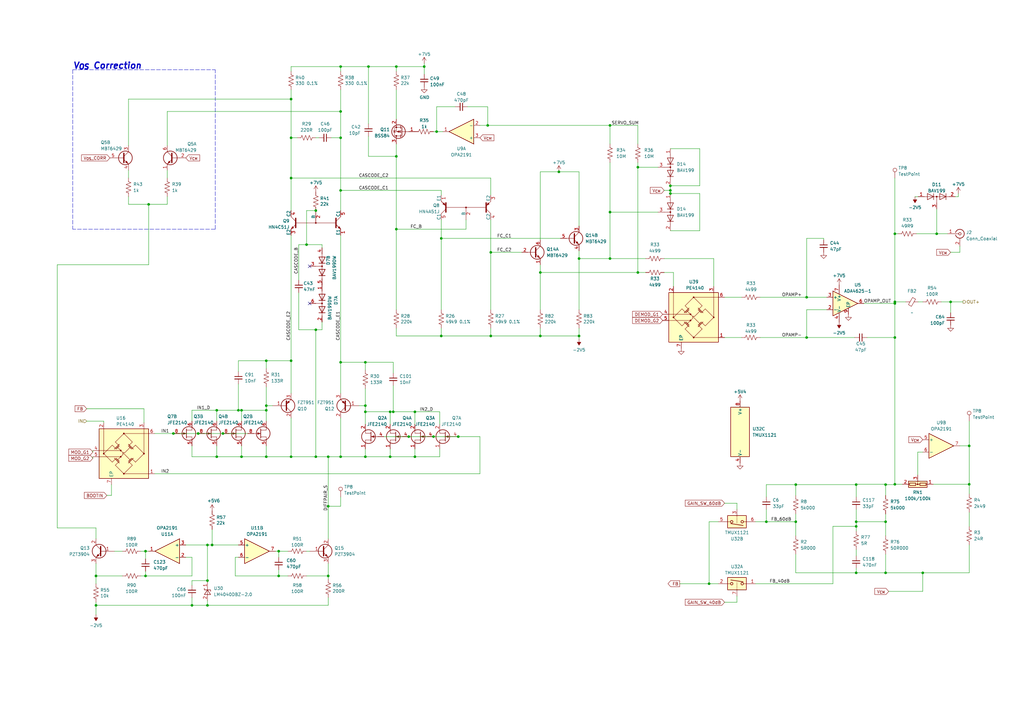
<source format=kicad_sch>
(kicad_sch (version 20230121) (generator eeschema)
  (paper "A3")
  (lib_symbols
    (symbol "Amplifier_Operational:ADA4625-1" (pin_names (offset 0.127))
      (property "Reference" "U" (at 0 5.08 0))
      (property "Value" "ADA4625-1" (at 0 3.175 0))
      (symbol "ADA4625-1_0_1"
        (pin power_in line (at -2.54 -7.62 90) (length 3.81) (name "V-") (number "4"))
        (pin power_in line (at -2.54 7.62 270) (length 3.81) (name "V+") (number "7"))
      )
      (symbol "ADA4625-1_1_1"
        (pin input line (at -7.62 -2.54 0) (length 2.54) (name "-") (number "2"))
        (pin input line (at -7.62 2.54 0) (length 2.54) (name "+") (number "3"))
        (pin output line (at 7.62 0 180) (length 2.54) (name "~") (number "6"))
        (pin input line (at 1.27 -4.445 90) (length 2.54) (name "EP") (number "9"))
      )
    )
    (symbol "Amplifier_Operational:OPA2145" (pin_names (offset 0.127))
      (property "Reference" "U" (at 0 5.08 0))
      (property "Value" "OPA2145" (at 0 -5.08 0))
      (symbol "OPA2145_1_1"
        (pin output line (at 7.62 0 180) (length 2.54) (name "~") (number "1"))
        (pin input line (at -7.62 -2.54 0) (length 2.54) (name "-") (number "2"))
        (pin input line (at -7.62 2.54 0) (length 2.54) (name "+") (number "3"))
      )
      (symbol "OPA2145_2_1"
        (pin input line (at -7.62 2.54 0) (length 2.54) (name "+") (number "5"))
        (pin input line (at -7.62 -2.54 0) (length 2.54) (name "-") (number "6"))
        (pin output line (at 7.62 0 180) (length 2.54) (name "~") (number "7"))
      )
      (symbol "OPA2145_3_1"
        (pin power_in line (at -2.54 -7.62 90) (length 3.81) (name "V-") (number "4"))
        (pin power_in line (at -2.54 7.62 270) (length 3.81) (name "V+") (number "8"))
      )
    )
    (symbol "Amplifier_Operational:Voltage_Divider" (pin_names (offset 0) hide)
      (property "Reference" "RN?" (at -3.81 -3.3004 90))
      (property "Value" "2k/1k" (at -3.81 -5.8373 90))
      (symbol "Voltage_Divider_1_1"
        (pin passive line (at 0 -6.35 90) (length 2.54) (name "~") (number "1"))
        (pin passive line (at 0 6.35 270) (length 2.54) (name "~") (number "2"))
        (pin passive line (at 3.81 0 180) (length 2.54) (name "~") (number "3"))
      )
    )
    (symbol "Analog_Switch:TMUX1122" (pin_names (offset 0.254))
      (property "Reference" "U" (at -3.175 5.334 0))
      (property "Value" "TMUX1122" (at -3.175 3.556 0))
      (symbol "TMUX1122_1_1"
        (pin passive line (at -7.62 0 0) (length 2.54) (name "~") (number "1"))
        (pin passive line (at 7.62 0 180) (length 2.54) (name "~") (number "2"))
        (pin input line (at 0 -5.08 90) (length 2.54) (name "~") (number "7"))
      )
      (symbol "TMUX1122_2_1"
        (pin input line (at 0 -5.08 90) (length 2.54) (name "~") (number "3"))
        (pin passive line (at -7.62 0 0) (length 2.54) (name "~") (number "5"))
        (pin passive line (at 7.62 0 180) (length 2.54) (name "~") (number "6"))
      )
      (symbol "TMUX1122_3_0"
        (pin power_in line (at 0 -12.7 90) (length 2.54) (name "V-") (number "4"))
        (pin power_in line (at 0 12.7 270) (length 2.54) (name "V+") (number "8"))
      )
    )
    (symbol "Connector:Conn_Coaxial" (pin_names (offset 1.016) hide)
      (property "Reference" "J" (at 0.254 3.048 0))
      (property "Value" "Conn_Coaxial" (at 2.921 0 90))
      (symbol "Conn_Coaxial_1_1"
        (pin passive line (at -5.08 0 0) (length 2.54) (name "In") (number "1"))
        (pin passive line (at 0 -5.08 90) (length 2.54) (name "Ext") (number "2"))
      )
    )
    (symbol "Connector:TestPoint" (pin_numbers hide) (pin_names (offset 0.762) hide)
      (property "Reference" "TP" (at 0 6.858 0))
      (property "Value" "TestPoint" (at 0 5.08 0))
      (symbol "TestPoint_1_1"
        (pin passive line (at 0 0 90) (length 2.54) (name "1") (number "1"))
      )
    )
    (symbol "Device:CP1_Small" (pin_numbers hide) (pin_names (offset 0.254) hide)
      (property "Reference" "C" (at 0.254 1.778 0))
      (property "Value" "CP1_Small" (at 0.254 -2.032 0))
      (symbol "CP1_Small_1_1"
        (pin passive line (at 0 2.54 270) (length 2.032) (name "~") (number "1"))
        (pin passive line (at 0 -2.54 90) (length 2.032) (name "~") (number "2"))
      )
    )
    (symbol "Device:C_Small" (pin_numbers hide) (pin_names (offset 0.254) hide)
      (property "Reference" "C" (at 0.254 1.778 0))
      (property "Value" "C_Small" (at 0.254 -2.032 0))
      (symbol "C_Small_1_1"
        (pin passive line (at 0 2.54 270) (length 2.032) (name "~") (number "1"))
        (pin passive line (at 0 -2.54 90) (length 2.032) (name "~") (number "2"))
      )
    )
    (symbol "Device:Ferrite_Bead_Small" (pin_numbers hide) (pin_names (offset 0))
      (property "Reference" "FB" (at 1.905 1.27 0))
      (property "Value" "Ferrite_Bead_Small" (at 1.905 -1.27 0))
      (symbol "Ferrite_Bead_Small_1_1"
        (pin passive line (at 0 2.54 270) (length 1.27) (name "~") (number "1"))
        (pin passive line (at 0 -2.54 90) (length 1.27) (name "~") (number "2"))
      )
    )
    (symbol "Device:R_US" (pin_numbers hide) (pin_names (offset 0))
      (property "Reference" "R" (at 2.54 0 90))
      (property "Value" "R_US" (at -2.54 0 90))
      (symbol "R_US_1_1"
        (pin passive line (at 0 3.81 270) (length 1.27) (name "~") (number "1"))
        (pin passive line (at 0 -3.81 90) (length 1.27) (name "~") (number "2"))
      )
    )
    (symbol "Diode:BAV199DW" (pin_names (offset 0.0254) hide)
      (property "Reference" "D" (at 0 2.54 0))
      (property "Value" "BAV199DW" (at 0 5.08 0))
      (symbol "BAV199DW_1_1"
        (pin passive line (at -7.62 0 0) (length 2.54) (name "A1") (number "1"))
        (pin passive line (at 7.62 0 180) (length 2.54) (name "K2") (number "2"))
        (pin passive line (at 0 -5.08 90) (length 2.54) (name "K3A4") (number "6"))
      )
      (symbol "BAV199DW_2_1"
        (pin passive line (at 0 -5.08 90) (length 2.54) (name "K1A2") (number "3"))
        (pin passive line (at -7.62 0 0) (length 2.54) (name "A3") (number "4"))
        (pin passive line (at 7.62 0 180) (length 2.54) (name "K4") (number "5"))
      )
    )
    (symbol "Diode:BAV99" (pin_names hide)
      (property "Reference" "D" (at 0 5.08 0))
      (property "Value" "BAV99" (at 0 2.54 0))
      (symbol "BAV99_1_1"
        (pin passive line (at -7.62 0 0) (length 2.54) (name "K") (number "1"))
        (pin passive line (at 7.62 0 180) (length 2.54) (name "A") (number "2"))
        (pin passive line (at 0 -5.08 90) (length 2.54) (name "K") (number "3"))
      )
    )
    (symbol "Reference_Voltage:LM4040DBZ-2.0" (pin_names (offset 0.0254) hide)
      (property "Reference" "U" (at 0 2.54 0))
      (property "Value" "LM4040DBZ-2.0" (at 0 -3.175 0))
      (symbol "LM4040DBZ-2.0_1_1"
        (pin passive line (at 3.81 0 180) (length 2.54) (name "K") (number "1"))
        (pin passive line (at -3.81 0 0) (length 2.54) (name "A") (number "2"))
      )
    )
    (symbol "Transistor_BJT:FZT951TA" (pin_names (offset 0) hide)
      (property "Reference" "Q" (at 5.08 1.905 0))
      (property "Value" "FZT951" (at 5.08 0 0))
      (symbol "FZT951TA_1_1"
        (pin input line (at -5.08 0 0) (length 5.08) (name "B") (number "1"))
        (pin passive line (at 2.54 5.08 270) (length 2.54) (name "C") (number "2"))
        (pin passive line (at 2.54 -5.08 90) (length 2.54) (name "E") (number "3"))
      )
    )
    (symbol "Transistor_BJT:HN4A51J" (pin_names (offset 0))
      (property "Reference" "Q" (at 12.7 1.27 0))
      (property "Value" "HN4A51J" (at 7.62 -1.27 0))
      (symbol "HN4A51J_1_1"
        (pin passive line (at -10.16 5.08 270) (length 2.54) (name "E1") (number "1"))
        (pin input line (at 0 -5.08 90) (length 5.08) (name "B") (number "2"))
        (pin passive line (at 10.16 5.08 270) (length 2.54) (name "E2") (number "3"))
        (pin passive line (at 10.16 -5.08 90) (length 2.54) (name "C2") (number "4"))
        (pin passive line (at -10.16 -5.08 90) (length 2.54) (name "C1") (number "5"))
      )
    )
    (symbol "Transistor_BJT:HN4C51J" (pin_names (offset 0))
      (property "Reference" "Q" (at -10.16 -1.27 0))
      (property "Value" "HN4C51J" (at 7.62 -1.27 0))
      (symbol "HN4C51J_1_1"
        (pin passive line (at 12.7 -5.08 90) (length 2.54) (name "E1") (number "1"))
        (pin input line (at 2.54 5.08 270) (length 5.08) (name "B") (number "2"))
        (pin passive line (at -7.62 -5.08 90) (length 2.54) (name "E2") (number "3"))
        (pin passive line (at -7.62 5.08 270) (length 2.54) (name "C2") (number "4"))
        (pin passive line (at 12.7 5.08 270) (length 2.54) (name "C1") (number "5"))
      )
    )
    (symbol "Transistor_BJT:MBT6429" (pin_names (offset 0) hide)
      (property "Reference" "Q" (at 5.08 1.27 0))
      (property "Value" "MBT6429" (at 5.08 -1.27 0))
      (symbol "MBT6429_1_1"
        (pin passive line (at 2.54 -5.08 90) (length 2.54) (name "E1") (number "1"))
        (pin input line (at -5.08 0 0) (length 2.54) (name "B1") (number "2"))
        (pin passive line (at 2.54 5.08 270) (length 2.54) (name "C1") (number "6"))
      )
      (symbol "MBT6429_2_1"
        (pin passive line (at 2.54 5.08 270) (length 2.54) (name "C2") (number "3"))
        (pin passive line (at 2.54 -5.08 90) (length 2.54) (name "E2") (number "4"))
        (pin input line (at -5.08 0 0) (length 2.54) (name "B2") (number "5"))
      )
    )
    (symbol "Transistor_BJT:PZT3904" (pin_names (offset 0) hide)
      (property "Reference" "Q" (at 5.08 1.905 0))
      (property "Value" "PZT3904" (at 5.08 0 0))
      (symbol "PZT3904_1_1"
        (pin input line (at -5.08 0 0) (length 5.715) (name "B") (number "1"))
        (pin passive line (at 2.54 5.08 270) (length 2.54) (name "C") (number "2"))
        (pin passive line (at 2.54 -5.08 90) (length 2.54) (name "E") (number "3"))
        (pin passive line (at 2.54 5.08 270) (length 2.54) hide (name "C") (number "4"))
      )
    )
    (symbol "Transistor_FET:BSS84" (pin_names hide)
      (property "Reference" "Q" (at 5.08 1.905 0))
      (property "Value" "BSS84" (at 5.08 0 0))
      (symbol "BSS84_1_1"
        (pin input line (at -5.08 0 0) (length 2.54) (name "G") (number "1"))
        (pin passive line (at 2.54 -5.08 90) (length 2.54) (name "S") (number "2"))
        (pin passive line (at 2.54 5.08 270) (length 2.54) (name "D") (number "3"))
      )
    )
    (symbol "Transistor_FET:JFE2140" (pin_names hide)
      (property "Reference" "Q" (at 5.08 1.905 0))
      (property "Value" "JFE2140" (at 5.08 0 0))
      (symbol "JFE2140_1_1"
        (pin passive line (at 2.54 -5.08 90) (length 2.54) (name "S") (number "1"))
        (pin passive line (at 2.54 5.08 270) (length 2.54) (name "D") (number "2"))
        (pin input line (at -5.08 0 0) (length 2.54) (name "G") (number "4"))
      )
      (symbol "JFE2140_2_1"
        (pin passive line (at 2.54 -5.08 90) (length 2.54) (name "S") (number "5"))
        (pin passive line (at 2.54 5.08 270) (length 2.54) (name "D") (number "6"))
        (pin input line (at -5.08 0 0) (length 2.54) (name "G") (number "8"))
      )
    )
    (symbol "Transistor_FET:PE4140"
      (property "Reference" "U" (at -1.27 3.175 0))
      (property "Value" "PE4140" (at 0 1.27 0))
      (symbol "PE4140_1_1"
        (pin passive line (at 12.7 -18.415 180) (length 2.54) (name "") (number "1"))
        (pin passive line (at -8.255 2.54 270) (length 2.54) (name "") (number "2"))
        (pin passive line (at 8.255 2.54 270) (length 2.54) (name "") (number "3"))
        (pin passive line (at -12.7 -8.89 0) (length 2.54) (name "") (number "4"))
        (pin passive line (at -12.7 -11.43 0) (length 2.54) (name "") (number "5"))
        (pin passive line (at 12.7 -1.905 180) (length 2.54) (name "") (number "6"))
        (pin passive line (at -5.08 -22.86 90) (length 2.54) (name "EP") (number "7"))
      )
    )
    (symbol "power:+3V0" (power) (pin_names (offset 0))
      (property "Value" "+3V0" (at 0 3.556 0))
      (symbol "+3V0_1_1"
        (pin power_in line (at 0 0 90) (length 0) hide (name "+3V0") (number "1"))
      )
    )
    (symbol "power:+5V4" (power) (pin_names (offset 0))
      (property "Value" "+5V4" (at 0 3.556 0))
      (symbol "+5V4_1_1"
        (pin power_in line (at 0 0 90) (length 0) hide (name "+5V4") (number "1"))
      )
    )
    (symbol "power:+5V6" (power) (pin_names (offset 0))
      (property "Value" "+5V6" (at 0 3.556 0))
      (symbol "+5V6_1_1"
        (pin power_in line (at 0 0 90) (length 0) hide (name "+5V6") (number "1"))
      )
    )
    (symbol "power:+7V5" (power) (pin_names (offset 0))
      (property "Value" "+7V5" (at 0 3.556 0))
      (symbol "+7V5_1_1"
        (pin power_in line (at 0 0 90) (length 0) hide (name "+7V5") (number "1"))
      )
    )
    (symbol "power:-2V5" (power) (pin_names (offset 0))
      (property "Value" "-2V5" (at 0 3.81 0))
      (symbol "-2V5_0_0"
        (pin power_in line (at 0 0 90) (length 0) hide (name "-2V5") (number "1"))
      )
    )
    (symbol "power:-5V6" (power) (pin_names (offset 0))
      (property "Value" "-5V6" (at 0 3.81 0))
      (symbol "-5V6_0_0"
        (pin power_in line (at 0 0 90) (length 0) hide (name "-5V6") (number "1"))
      )
    )
    (symbol "power:GND" (power) (pin_names (offset 0))
      (property "Value" "GND" (at 0 -3.81 0))
      (symbol "GND_1_1"
        (pin power_in line (at 0 0 270) (length 0) hide (name "GND") (number "1"))
      )
    )
  )
  (junction (at 363.22 213.995))
  (junction (at 200.025 51.435))
  (junction (at 363.22 198.755))
  (junction (at 134.62 187.325))
  (junction (at 237.49 137.795))
  (junction (at 173.99 27.305))
  (junction (at 139.7 45.72))
  (junction (at 326.39 198.755))
  (junction (at 261.62 111.76))
  (junction (at 351.155 198.755))
  (junction (at 139.7 27.305))
  (junction (at 274.955 79.375))
  (junction (at 85.09 238.125))
  (junction (at 99.06 168.275))
  (junction (at 59.69 236.22))
  (junction (at 187.96 179.07))
  (junction (at 367.03 138.43))
  (junction (at 134.62 236.22))
  (junction (at 86.995 223.52))
  (junction (at 180.975 97.79))
  (junction (at 229.235 70.485))
  (junction (at 161.29 168.91))
  (junction (at 114.3 226.06))
  (junction (at 151.13 27.305))
  (junction (at 351.155 213.995))
  (junction (at 221.615 137.795))
  (junction (at 274.955 76.2))
  (junction (at 179.07 53.975))
  (junction (at 81.28 177.8))
  (junction (at 201.295 103.505))
  (junction (at 314.325 213.995))
  (junction (at 160.02 187.325))
  (junction (at 119.38 187.325))
  (junction (at 170.18 187.325))
  (junction (at 384.175 95.885))
  (junction (at 149.86 166.37))
  (junction (at 39.37 248.285))
  (junction (at 285.75 431.8))
  (junction (at 378.46 234.95))
  (junction (at 134.62 207.645))
  (junction (at 201.295 137.795))
  (junction (at 290.83 239.395))
  (junction (at 97.79 168.275))
  (junction (at 330.835 121.92))
  (junction (at 261.62 68.58))
  (junction (at 237.49 106.045))
  (junction (at 139.7 78.105))
  (junction (at 160.02 168.91))
  (junction (at 125.73 100.33))
  (junction (at 139.7 56.515))
  (junction (at 109.22 187.325))
  (junction (at 330.835 138.43))
  (junction (at 39.37 236.22))
  (junction (at 250.19 86.995))
  (junction (at 326.39 213.995))
  (junction (at 367.03 95.885))
  (junction (at 367.03 123.825))
  (junction (at 367.03 198.628))
  (junction (at 397.51 198.628))
  (junction (at 274.955 78.105))
  (junction (at 351.155 215.9))
  (junction (at 351.155 234.95))
  (junction (at 119.38 73.025))
  (junction (at 109.22 168.275))
  (junction (at 91.44 177.8))
  (junction (at 363.22 234.95))
  (junction (at 59.69 226.06))
  (junction (at 177.8 179.07))
  (junction (at 389.89 123.825))
  (junction (at 119.38 147.955))
  (junction (at 129.54 187.325))
  (junction (at 162.56 93.98))
  (junction (at 119.38 56.515))
  (junction (at 119.38 40.64))
  (junction (at 367.03 124.46))
  (junction (at 129.54 86.36))
  (junction (at 114.3 236.22))
  (junction (at 149.86 187.325))
  (junction (at 78.74 248.285))
  (junction (at 139.7 148.59))
  (junction (at 162.56 64.135))
  (junction (at 88.9 168.275))
  (junction (at 71.12 177.8))
  (junction (at 221.615 111.76))
  (junction (at 250.19 51.435))
  (junction (at 162.56 27.305))
  (junction (at 139.7 187.325))
  (junction (at 60.96 83.82))
  (junction (at 170.18 168.91))
  (junction (at 99.06 187.325))
  (junction (at 109.22 166.37))
  (junction (at 109.22 147.955))
  (junction (at 167.64 179.07))
  (junction (at 180.975 137.795))
  (junction (at 250.19 106.045))
  (junction (at 129.54 135.255))
  (junction (at 149.86 168.91))
  (junction (at 397.51 182.88))
  (junction (at 85.09 223.52))
  (junction (at 85.09 248.285))
  (junction (at 149.86 148.59))
  (junction (at 88.9 187.325))
  (no_connect (at 127 124.46))
  (no_connect (at 127 109.22))
  (wire (pts (xy 63.5 194.31) (xy 196.85 194.31)))
  (wire (pts (xy 173.99 26.035) (xy 173.99 27.305)))
  (polyline (pts (xy 88.265 93.98) (xy 29.845 93.98)) (stroke (width 0) (type dash)))
  (wire (pts (xy 237.49 137.795) (xy 237.49 139.065)))
  (wire (pts (xy 97.79 223.52) (xy 86.995 223.52)))
  (wire (pts (xy 162.56 59.055) (xy 162.56 64.135)))
  (wire (pts (xy 285.75 431.8) (xy 285.75 435.61)))
  (wire (pts (xy 384.175 95.885) (xy 388.62 95.885)))
  (wire (pts (xy 129.54 56.515) (xy 130.81 56.515)))
  (wire (pts (xy 78.74 248.285) (xy 85.09 248.285)))
  (wire (pts (xy 311.785 121.92) (xy 330.835 121.92)))
  (wire (pts (xy 149.86 159.385) (xy 149.86 166.37)))
  (wire (pts (xy 134.62 231.14) (xy 134.62 236.22)))
  (wire (pts (xy 363.22 210.82) (xy 363.22 213.995)))
  (wire (pts (xy 42.545 172.72) (xy 42.545 173.355)))
  (wire (pts (xy 191.135 93.98) (xy 191.135 90.17)))
  (wire (pts (xy 134.62 207.645) (xy 134.62 220.98)))
  (wire (pts (xy 78.74 236.22) (xy 78.74 228.6)))
  (wire (pts (xy 191.77 43.815) (xy 200.025 43.815)))
  (wire (pts (xy 272.415 111.76) (xy 276.225 111.76)))
  (wire (pts (xy 39.37 231.14) (xy 39.37 236.22)))
  (wire (pts (xy 39.37 252.095) (xy 39.37 248.285)))
  (wire (pts (xy 134.62 248.285) (xy 134.62 245.11)))
  (wire (pts (xy 139.7 56.515) (xy 139.7 78.105)))
  (wire (pts (xy 167.64 179.07) (xy 177.8 179.07)))
  (wire (pts (xy 201.295 90.17) (xy 201.295 103.505)))
  (wire (pts (xy 363.22 198.628) (xy 363.22 198.755)))
  (wire (pts (xy 314.325 213.995) (xy 326.39 213.995)))
  (wire (pts (xy 179.07 53.975) (xy 181.61 53.975)))
  (wire (pts (xy 272.415 78.105) (xy 274.955 78.105)))
  (wire (pts (xy 119.38 187.325) (xy 129.54 187.325)))
  (wire (pts (xy 287.02 79.375) (xy 287.02 94.615)))
  (wire (pts (xy 250.19 59.055) (xy 250.19 51.435)))
  (wire (pts (xy 109.22 187.325) (xy 119.38 187.325)))
  (wire (pts (xy 129.54 135.255) (xy 129.54 187.325)))
  (wire (pts (xy 274.955 94.615) (xy 287.02 94.615)))
  (wire (pts (xy 149.86 166.37) (xy 149.86 168.91)))
  (wire (pts (xy 160.02 184.15) (xy 160.02 187.325)))
  (wire (pts (xy 151.13 27.305) (xy 162.56 27.305)))
  (wire (pts (xy 274.955 78.105) (xy 274.955 79.375)))
  (wire (pts (xy 114.3 236.22) (xy 114.3 233.68)))
  (wire (pts (xy 363.22 213.995) (xy 351.155 213.995)))
  (wire (pts (xy 71.12 177.8) (xy 81.28 177.8)))
  (wire (pts (xy 63.5 177.8) (xy 71.12 177.8)))
  (wire (pts (xy 125.73 100.33) (xy 132.08 100.33)))
  (wire (pts (xy 114.3 226.06) (xy 118.11 226.06)))
  (wire (pts (xy 367.03 198.628) (xy 370.078 198.628)))
  (wire (pts (xy 125.73 86.36) (xy 125.73 100.33)))
  (wire (pts (xy 81.28 177.8) (xy 91.44 177.8)))
  (wire (pts (xy 122.555 135.255) (xy 129.54 135.255)))
  (wire (pts (xy 201.295 73.025) (xy 201.295 80.01)))
  (wire (pts (xy 384.175 85.725) (xy 384.175 95.885)))
  (wire (pts (xy 88.9 168.275) (xy 88.9 172.72)))
  (wire (pts (xy 364.49 242.57) (xy 378.46 242.57)))
  (wire (pts (xy 351.155 208.915) (xy 351.155 213.995)))
  (wire (pts (xy 125.73 86.36) (xy 129.54 86.36)))
  (wire (pts (xy 341.63 215.9) (xy 351.155 215.9)))
  (wire (pts (xy 367.03 95.885) (xy 367.03 123.825)))
  (wire (pts (xy 97.79 168.275) (xy 99.06 168.275)))
  (wire (pts (xy 68.58 83.82) (xy 68.58 80.645)))
  (wire (pts (xy 52.705 80.645) (xy 52.705 83.82)))
  (polyline (pts (xy 363.855 379.73) (xy 363.855 445.77)) (stroke (width 0) (type dash)))
  (wire (pts (xy 221.615 137.795) (xy 237.49 137.795)))
  (wire (pts (xy 99.06 182.88) (xy 99.06 187.325)))
  (wire (pts (xy 290.83 239.395) (xy 294.64 239.395)))
  (wire (pts (xy 393.7 103.505) (xy 393.7 100.965)))
  (wire (pts (xy 397.51 198.628) (xy 397.51 202.565)))
  (wire (pts (xy 119.38 73.025) (xy 201.295 73.025)))
  (wire (pts (xy 351.155 225.425) (xy 351.155 227.965)))
  (wire (pts (xy 237.49 102.87) (xy 237.49 106.045)))
  (wire (pts (xy 272.415 106.045) (xy 292.735 106.045)))
  (wire (pts (xy 88.9 168.275) (xy 97.79 168.275)))
  (wire (pts (xy 187.96 179.07) (xy 196.85 179.07)))
  (wire (pts (xy 294.64 213.995) (xy 290.83 213.995)))
  (wire (pts (xy 376.555 123.825) (xy 378.46 123.825)))
  (wire (pts (xy 326.39 227.33) (xy 326.39 234.95)))
  (wire (pts (xy 135.89 56.515) (xy 139.7 56.515)))
  (wire (pts (xy 250.19 106.045) (xy 264.795 106.045)))
  (wire (pts (xy 201.295 103.505) (xy 213.995 103.505)))
  (wire (pts (xy 99.06 187.325) (xy 109.22 187.325)))
  (wire (pts (xy 45.72 198.755) (xy 45.72 203.2)))
  (wire (pts (xy 261.62 68.58) (xy 269.875 68.58)))
  (wire (pts (xy 162.56 36.83) (xy 162.56 48.895)))
  (wire (pts (xy 326.39 213.995) (xy 326.39 219.71)))
  (wire (pts (xy 367.03 198.628) (xy 367.03 198.755)))
  (wire (pts (xy 297.18 247.015) (xy 302.26 247.015)))
  (wire (pts (xy 149.86 148.59) (xy 149.86 151.765)))
  (wire (pts (xy 78.74 168.275) (xy 88.9 168.275)))
  (wire (pts (xy 23.495 216.535) (xy 23.495 108.585)))
  (wire (pts (xy 250.19 86.995) (xy 269.875 86.995)))
  (wire (pts (xy 276.225 111.76) (xy 276.225 117.475)))
  (wire (pts (xy 180.34 168.91) (xy 180.34 173.99)))
  (wire (pts (xy 179.07 53.975) (xy 179.07 43.815)))
  (wire (pts (xy 367.03 138.43) (xy 367.03 198.628)))
  (wire (pts (xy 78.74 182.88) (xy 78.74 187.325)))
  (wire (pts (xy 109.22 147.955) (xy 109.22 151.13)))
  (wire (pts (xy 276.86 395.605) (xy 262.89 395.605)))
  (wire (pts (xy 122.555 100.33) (xy 122.555 114.935)))
  (wire (pts (xy 160.02 168.91) (xy 161.29 168.91)))
  (wire (pts (xy 237.49 134.62) (xy 237.49 137.795)))
  (wire (pts (xy 139.7 148.59) (xy 139.7 161.29)))
  (wire (pts (xy 162.56 64.135) (xy 162.56 93.98)))
  (wire (pts (xy 200.025 51.435) (xy 250.19 51.435)))
  (wire (pts (xy 221.615 111.76) (xy 261.62 111.76)))
  (wire (pts (xy 78.74 172.72) (xy 78.74 168.275)))
  (wire (pts (xy 109.22 168.275) (xy 109.22 172.72)))
  (wire (pts (xy 139.7 36.83) (xy 139.7 45.72)))
  (wire (pts (xy 109.22 166.37) (xy 109.22 168.275)))
  (wire (pts (xy 157.48 179.07) (xy 167.64 179.07)))
  (wire (pts (xy 367.03 138.43) (xy 367.03 124.46)))
  (wire (pts (xy 274.955 76.2) (xy 274.955 78.105)))
  (wire (pts (xy 326.39 210.82) (xy 326.39 213.995)))
  (wire (pts (xy 367.03 95.885) (xy 368.3 95.885)))
  (wire (pts (xy 114.3 236.22) (xy 96.52 236.22)))
  (wire (pts (xy 78.74 240.03) (xy 78.74 238.125)))
  (wire (pts (xy 60.96 83.82) (xy 68.58 83.82)))
  (wire (pts (xy 200.025 43.815) (xy 200.025 51.435)))
  (wire (pts (xy 221.615 108.585) (xy 221.615 111.76)))
  (wire (pts (xy 314.325 198.755) (xy 314.325 203.835)))
  (wire (pts (xy 292.735 106.045) (xy 292.735 117.475)))
  (wire (pts (xy 38.1 187.325) (xy 38.1 187.96)))
  (wire (pts (xy 382.778 198.628) (xy 397.51 198.628)))
  (wire (pts (xy 132.08 135.255) (xy 132.08 132.08)))
  (wire (pts (xy 147.32 166.37) (xy 149.86 166.37)))
  (wire (pts (xy 149.86 184.15) (xy 149.86 187.325)))
  (wire (pts (xy 297.18 121.92) (xy 304.165 121.92)))
  (wire (pts (xy 119.38 56.515) (xy 119.38 73.025)))
  (wire (pts (xy 311.785 138.43) (xy 330.835 138.43)))
  (wire (pts (xy 303.53 431.8) (xy 303.53 420.37)))
  (wire (pts (xy 161.29 153.035) (xy 161.29 148.59)))
  (wire (pts (xy 261.62 66.675) (xy 261.62 68.58)))
  (wire (pts (xy 139.7 78.105) (xy 180.975 78.105)))
  (wire (pts (xy 221.615 111.76) (xy 221.615 127)))
  (wire (pts (xy 221.615 134.62) (xy 221.615 137.795)))
  (wire (pts (xy 88.9 182.88) (xy 88.9 187.325)))
  (wire (pts (xy 351.155 198.628) (xy 351.155 198.755)))
  (wire (pts (xy 129.54 135.255) (xy 132.08 135.255)))
  (wire (pts (xy 118.11 236.22) (xy 114.3 236.22)))
  (wire (pts (xy 351.155 233.045) (xy 351.155 234.95)))
  (wire (pts (xy 221.615 70.485) (xy 229.235 70.485)))
  (wire (pts (xy 35.56 167.64) (xy 59.055 167.64)))
  (wire (pts (xy 297.18 206.375) (xy 302.26 206.375)))
  (wire (pts (xy 262.89 431.8) (xy 285.75 431.8)))
  (wire (pts (xy 261.62 59.055) (xy 261.62 51.435)))
  (wire (pts (xy 99.06 168.275) (xy 99.06 172.72)))
  (wire (pts (xy 200.025 51.435) (xy 196.85 51.435)))
  (wire (pts (xy 355.6 138.43) (xy 367.03 138.43)))
  (wire (pts (xy 78.74 248.285) (xy 78.74 245.11)))
  (wire (pts (xy 76.2 223.52) (xy 85.09 223.52)))
  (wire (pts (xy 297.18 138.43) (xy 304.165 138.43)))
  (wire (pts (xy 39.37 236.22) (xy 50.165 236.22)))
  (wire (pts (xy 134.62 187.325) (xy 139.7 187.325)))
  (wire (pts (xy 52.705 69.85) (xy 52.705 73.025)))
  (wire (pts (xy 330.835 127) (xy 339.09 127)))
  (wire (pts (xy 278.765 239.395) (xy 290.83 239.395)))
  (wire (pts (xy 287.02 79.375) (xy 274.955 79.375)))
  (wire (pts (xy 201.295 134.62) (xy 201.295 137.795)))
  (wire (pts (xy 23.495 108.585) (xy 60.96 108.585)))
  (wire (pts (xy 375.285 80.645) (xy 376.555 80.645)))
  (wire (pts (xy 250.19 51.435) (xy 261.62 51.435)))
  (wire (pts (xy 180.975 97.79) (xy 180.975 127)))
  (wire (pts (xy 180.975 134.62) (xy 180.975 137.795)))
  (wire (pts (xy 109.22 182.88) (xy 109.22 187.325)))
  (wire (pts (xy 173.99 27.305) (xy 173.99 30.48)))
  (wire (pts (xy 177.8 53.975) (xy 179.07 53.975)))
  (wire (pts (xy 330.835 121.92) (xy 339.09 121.92)))
  (wire (pts (xy 389.89 123.825) (xy 394.97 123.825)))
  (wire (pts (xy 122.555 120.015) (xy 122.555 135.255)))
  (wire (pts (xy 134.62 236.22) (xy 125.73 236.22)))
  (wire (pts (xy 285.75 431.8) (xy 303.53 431.8)))
  (wire (pts (xy 237.49 106.045) (xy 250.19 106.045)))
  (wire (pts (xy 97.79 147.955) (xy 109.22 147.955)))
  (wire (pts (xy 119.38 27.305) (xy 139.7 27.305)))
  (wire (pts (xy 139.7 187.325) (xy 149.86 187.325)))
  (wire (pts (xy 363.22 198.755) (xy 363.22 203.2)))
  (wire (pts (xy 367.03 123.825) (xy 371.475 123.825)))
  (wire (pts (xy 221.615 70.485) (xy 221.615 98.425)))
  (wire (pts (xy 314.325 198.755) (xy 326.39 198.755)))
  (wire (pts (xy 139.7 78.105) (xy 139.7 86.36)))
  (wire (pts (xy 309.88 239.395) (xy 341.63 239.395)))
  (wire (pts (xy 35.56 172.72) (xy 42.545 172.72)))
  (wire (pts (xy 351.155 234.95) (xy 363.22 234.95)))
  (wire (pts (xy 109.22 158.75) (xy 109.22 166.37)))
  (wire (pts (xy 160.02 187.325) (xy 170.18 187.325)))
  (polyline (pts (xy 363.855 379.73) (xy 410.845 379.73)) (stroke (width 0) (type dash)))
  (wire (pts (xy 201.295 103.505) (xy 201.295 127)))
  (wire (pts (xy 46.99 226.06) (xy 50.165 226.06)))
  (wire (pts (xy 363.22 227.33) (xy 363.22 234.95)))
  (wire (pts (xy 376.428 185.42) (xy 378.46 185.42)))
  (wire (pts (xy 119.38 27.305) (xy 119.38 29.21)))
  (wire (pts (xy 160.02 168.91) (xy 160.02 173.99)))
  (wire (pts (xy 375.92 95.885) (xy 384.175 95.885)))
  (wire (pts (xy 330.835 97.79) (xy 330.835 121.92)))
  (wire (pts (xy 283.845 435.61) (xy 285.75 435.61)))
  (wire (pts (xy 170.18 168.91) (xy 180.34 168.91)))
  (wire (pts (xy 314.325 208.915) (xy 314.325 213.995)))
  (wire (pts (xy 39.37 248.285) (xy 39.37 247.015)))
  (wire (pts (xy 39.37 216.535) (xy 23.495 216.535)))
  (wire (pts (xy 96.52 236.22) (xy 96.52 228.6)))
  (wire (pts (xy 378.46 242.57) (xy 378.46 234.95)))
  (wire (pts (xy 393.7 182.88) (xy 397.51 182.88)))
  (wire (pts (xy 376.428 194.818) (xy 376.428 185.42)))
  (wire (pts (xy 161.29 168.91) (xy 170.18 168.91)))
  (wire (pts (xy 389.89 103.505) (xy 393.7 103.505)))
  (wire (pts (xy 139.7 27.305) (xy 139.7 29.21)))
  (wire (pts (xy 39.37 236.22) (xy 39.37 239.395)))
  (wire (pts (xy 367.03 124.46) (xy 367.03 123.825)))
  (polyline (pts (xy 88.265 93.98) (xy 88.265 28.575)) (stroke (width 0) (type dash)))
  (wire (pts (xy 132.08 100.33) (xy 132.08 101.6)))
  (wire (pts (xy 59.055 167.64) (xy 59.055 173.355)))
  (wire (pts (xy 149.86 187.325) (xy 160.02 187.325)))
  (wire (pts (xy 60.96 108.585) (xy 60.96 83.82)))
  (wire (pts (xy 162.56 137.795) (xy 162.56 134.62)))
  (wire (pts (xy 201.295 137.795) (xy 180.975 137.795)))
  (wire (pts (xy 119.38 73.025) (xy 119.38 86.36)))
  (polyline (pts (xy 29.845 28.575) (xy 88.265 28.575)) (stroke (width 0) (type dash)))
  (wire (pts (xy 139.7 203.835) (xy 139.7 207.645)))
  (wire (pts (xy 59.69 226.06) (xy 60.96 226.06)))
  (wire (pts (xy 85.09 248.285) (xy 134.62 248.285)))
  (wire (pts (xy 363.22 213.995) (xy 363.22 219.71)))
  (wire (pts (xy 57.785 226.06) (xy 59.69 226.06)))
  (wire (pts (xy 302.26 247.015) (xy 302.26 244.475)))
  (wire (pts (xy 86.995 223.52) (xy 85.09 223.52)))
  (wire (pts (xy 109.22 147.955) (xy 119.38 147.955)))
  (wire (pts (xy 139.7 45.72) (xy 139.7 56.515)))
  (wire (pts (xy 337.82 97.79) (xy 337.82 98.425)))
  (wire (pts (xy 330.835 97.79) (xy 337.82 97.79)))
  (wire (pts (xy 85.09 246.38) (xy 85.09 248.285)))
  (wire (pts (xy 161.29 168.91) (xy 161.29 158.115)))
  (wire (pts (xy 170.18 168.91) (xy 170.18 173.99)))
  (wire (pts (xy 59.69 236.22) (xy 78.74 236.22)))
  (wire (pts (xy 114.3 228.6) (xy 114.3 226.06)))
  (wire (pts (xy 109.22 166.37) (xy 111.76 166.37)))
  (wire (pts (xy 151.13 64.135) (xy 151.13 55.88)))
  (wire (pts (xy 326.39 234.95) (xy 351.155 234.95)))
  (wire (pts (xy 389.89 123.825) (xy 389.89 128.27)))
  (wire (pts (xy 119.38 36.83) (xy 119.38 40.64)))
  (wire (pts (xy 391.795 80.645) (xy 393.065 80.645)))
  (wire (pts (xy 180.34 187.325) (xy 180.34 184.15)))
  (wire (pts (xy 177.8 179.07) (xy 187.96 179.07)))
  (wire (pts (xy 351.155 215.9) (xy 351.155 217.805)))
  (wire (pts (xy 52.705 40.64) (xy 119.38 40.64)))
  (wire (pts (xy 78.74 228.6) (xy 76.2 228.6)))
  (wire (pts (xy 287.02 76.2) (xy 287.02 60.96)))
  (polyline (pts (xy 410.845 445.77) (xy 410.845 379.73)) (stroke (width 0) (type dash)))
  (wire (pts (xy 210.185 389.255) (xy 210.185 391.795)))
  (wire (pts (xy 162.56 27.305) (xy 162.56 29.21)))
  (wire (pts (xy 367.03 198.755) (xy 363.22 198.755)))
  (wire (pts (xy 326.39 198.755) (xy 326.39 203.2)))
  (wire (pts (xy 162.56 64.135) (xy 151.13 64.135)))
  (wire (pts (xy 57.785 236.22) (xy 59.69 236.22)))
  (wire (pts (xy 170.18 184.15) (xy 170.18 187.325)))
  (wire (pts (xy 201.295 137.795) (xy 221.615 137.795)))
  (wire (pts (xy 397.51 215.9) (xy 397.51 210.185)))
  (wire (pts (xy 149.86 168.91) (xy 160.02 168.91)))
  (wire (pts (xy 179.07 43.815) (xy 186.69 43.815)))
  (wire (pts (xy 129.54 187.325) (xy 134.62 187.325)))
  (wire (pts (xy 226.695 389.89) (xy 226.695 389.255)))
  (wire (pts (xy 196.85 194.31) (xy 196.85 179.07)))
  (wire (pts (xy 119.38 40.64) (xy 119.38 56.515)))
  (wire (pts (xy 113.03 226.06) (xy 114.3 226.06)))
  (wire (pts (xy 330.835 127) (xy 330.835 138.43)))
  (wire (pts (xy 134.62 187.325) (xy 134.62 207.645)))
  (wire (pts (xy 287.02 60.96) (xy 274.955 60.96)))
  (wire (pts (xy 97.79 152.4) (xy 97.79 147.955)))
  (wire (pts (xy 290.83 213.995) (xy 290.83 239.395)))
  (wire (pts (xy 139.7 171.45) (xy 139.7 187.325)))
  (wire (pts (xy 180.975 137.795) (xy 162.56 137.795)))
  (wire (pts (xy 139.7 148.59) (xy 139.7 96.52)))
  (wire (pts (xy 85.09 223.52) (xy 85.09 238.125)))
  (wire (pts (xy 226.695 389.255) (xy 231.775 389.255)))
  (wire (pts (xy 261.62 68.58) (xy 261.62 111.76)))
  (wire (pts (xy 231.775 389.255) (xy 231.775 391.795)))
  (wire (pts (xy 119.38 96.52) (xy 119.38 147.955)))
  (wire (pts (xy 162.56 93.98) (xy 162.56 127)))
  (wire (pts (xy 134.62 236.22) (xy 134.62 237.49)))
  (wire (pts (xy 274.955 76.2) (xy 287.02 76.2)))
  (wire (pts (xy 119.38 171.45) (xy 119.38 187.325)))
  (wire (pts (xy 180.975 97.79) (xy 229.87 97.79)))
  (wire (pts (xy 52.705 83.82) (xy 60.96 83.82)))
  (wire (pts (xy 261.62 111.76) (xy 264.795 111.76)))
  (wire (pts (xy 59.69 226.06) (xy 59.69 229.235)))
  (wire (pts (xy 302.26 206.375) (xy 302.26 208.915)))
  (wire (pts (xy 237.49 70.485) (xy 237.49 92.71)))
  (wire (pts (xy 39.37 248.285) (xy 78.74 248.285)))
  (wire (pts (xy 59.69 234.315) (xy 59.69 236.22)))
  (wire (pts (xy 139.7 148.59) (xy 149.86 148.59)))
  (wire (pts (xy 173.99 27.305) (xy 162.56 27.305)))
  (wire (pts (xy 386.08 123.825) (xy 389.89 123.825)))
  (wire (pts (xy 161.29 148.59) (xy 149.86 148.59)))
  (wire (pts (xy 250.19 66.675) (xy 250.19 86.995)))
  (wire (pts (xy 309.88 213.995) (xy 314.325 213.995)))
  (wire (pts (xy 85.09 238.125) (xy 85.09 238.76)))
  (wire (pts (xy 351.155 198.755) (xy 351.155 203.835)))
  (polyline (pts (xy 363.855 445.77) (xy 410.845 445.77)) (stroke (width 0) (type dash)))
  (wire (pts (xy 397.51 223.52) (xy 397.51 234.95)))
  (wire (pts (xy 363.22 234.95) (xy 378.46 234.95)))
  (wire (pts (xy 68.58 59.69) (xy 68.58 45.72)))
  (wire (pts (xy 122.555 100.33) (xy 125.73 100.33)))
  (wire (pts (xy 99.06 168.275) (xy 109.22 168.275)))
  (wire (pts (xy 149.86 173.99) (xy 149.86 168.91)))
  (wire (pts (xy 180.975 78.105) (xy 180.975 80.01)))
  (wire (pts (xy 151.13 27.305) (xy 139.7 27.305)))
  (wire (pts (xy 151.13 50.8) (xy 151.13 27.305)))
  (wire (pts (xy 96.52 228.6) (xy 97.79 228.6)))
  (wire (pts (xy 97.79 168.275) (xy 97.79 157.48)))
  (wire (pts (xy 119.38 147.955) (xy 119.38 161.29)))
  (wire (pts (xy 78.74 238.125) (xy 85.09 238.125)))
  (wire (pts (xy 229.235 70.485) (xy 237.49 70.485)))
  (wire (pts (xy 91.44 177.8) (xy 101.6 177.8)))
  (wire (pts (xy 162.56 93.98) (xy 191.135 93.98)))
  (wire (pts (xy 38.1 184.785) (xy 38.1 185.42)))
  (wire (pts (xy 205.105 389.89) (xy 205.105 389.255)))
  (wire (pts (xy 341.63 239.395) (xy 341.63 215.9)))
  (wire (pts (xy 170.18 187.325) (xy 180.34 187.325)))
  (wire (pts (xy 86.995 217.17) (xy 86.995 223.52)))
  (wire (pts (xy 134.62 207.645) (xy 139.7 207.645)))
  (wire (pts (xy 119.38 56.515) (xy 121.92 56.515)))
  (wire (pts (xy 330.835 138.43) (xy 350.52 138.43)))
  (wire (pts (xy 125.73 226.06) (xy 127 226.06)))
  (wire (pts (xy 351.155 213.995) (xy 351.155 215.9)))
  (wire (pts (xy 393.065 80.645) (xy 393.065 79.375)))
  (wire (pts (xy 68.58 73.025) (xy 68.58 69.85)))
  (wire (pts (xy 378.46 234.95) (xy 397.51 234.95)))
  (wire (pts (xy 43.815 203.2) (xy 45.72 203.2)))
  (wire (pts (xy 180.975 90.17) (xy 180.975 97.79)))
  (polyline (pts (xy 29.845 28.575) (xy 29.845 93.98)) (stroke (width 0) (type dash)))
  (wire (pts (xy 237.49 106.045) (xy 237.49 127)))
  (wire (pts (xy 397.51 182.88) (xy 397.51 198.628)))
  (wire (pts (xy 68.58 45.72) (xy 139.7 45.72)))
  (wire (pts (xy 354.33 124.46) (xy 367.03 124.46)))
  (wire (pts (xy 78.74 187.325) (xy 88.9 187.325)))
  (wire (pts (xy 250.19 86.995) (xy 250.19 106.045)))
  (wire (pts (xy 351.155 198.755) (xy 326.39 198.755)))
  (wire (pts (xy 52.705 40.64) (xy 52.705 59.69)))
  (wire (pts (xy 39.37 220.98) (xy 39.37 216.535)))
  (wire (pts (xy 397.51 172.72) (xy 397.51 182.88)))
  (wire (pts (xy 88.9 187.325) (xy 99.06 187.325)))
  (wire (pts (xy 205.105 389.255) (xy 210.185 389.255)))
  (wire (pts (xy 351.155 198.628) (xy 363.22 198.628)))
  (wire (pts (xy 367.03 73.025) (xy 367.03 95.885)))
  (text "V_{OS} Correction" (at 29.845 28.575 0) (effects (font (size 2.54 2.54) (thickness 0.508) bold italic) (justify left bottom)))
  (text "GND Current Cancellation" (at 356.235 377.825 0) (effects (font (size 2.54 2.54) bold italic) (justify left bottom)))
  (label "FC_C1" (at 203.835 97.79 0))
  (label "DIFFPAIR_S" (at 134.62 209.55 90))
  (label "IN1_D" (at 80.645 168.275 0))
  (label "FB_60dB" (at 316.23 213.995 0))
  (label "FC_C2" (at 203.835 103.505 0))
  (label "IN1" (at 66.04 177.8 0))
  (label "SERVO_SUM" (at 250.825 51.435 0))
  (label "OPAMP+" (at 320.675 121.92 0))
  (label "FC_B" (at 168.275 93.98 0))
  (label "CASCODE_E2" (at 119.38 139.7 90))
  (label "FB_40dB" (at 315.595 239.395 0))
  (label "CASCODE_E1" (at 139.7 139.7 90))
  (label "IN2" (at 66.04 194.31 0))
  (label "OPAMP_OUT" (at 354.33 124.46 0))
  (label "CASCODE_C2" (at 159.385 73.025 180))
  (label "CASCODE_B" (at 122.555 112.395 90))
  (label "OPAMP-" (at 320.675 138.43 0))
  (label "CASCODE_C1" (at 159.385 78.105 180))
  (label "IN2_D" (at 172.085 168.91 0))
  (global_label "V_{CM}" (shape input) (at 389.89 103.505 180) (property "Intersheetrefs" "${INTERSHEET_REFS}" (effects hide)))
  (global_label "V_{CM}" (shape input) (at 196.85 56.515 0) (property "Intersheetrefs" "${INTERSHEET_REFS}" (effects hide)))
  (global_label "GAIN_SW_60dB" (shape input) (at 297.18 206.375 180) (property "Intersheetrefs" "${INTERSHEET_REFS}" (effects hide)))
  (global_label "BOOTIN" (shape input) (at 43.815 203.2 180) (property "Intersheetrefs" "${INTERSHEET_REFS}" (effects hide)))
  (global_label "MOD_G2" (shape input) (at 38.1 187.96 180) (property "Intersheetrefs" "${INTERSHEET_REFS}" (effects hide)))
  (global_label "DEMOD_G1" (shape input) (at 271.78 128.905 180) (property "Intersheetrefs" "${INTERSHEET_REFS}" (effects hide)))
  (global_label "MOD_G1" (shape input) (at 38.1 185.42 180) (property "Intersheetrefs" "${INTERSHEET_REFS}" (effects hide)))
  (global_label "GAIN_SW_40dB" (shape input) (at 297.18 247.015 180) (property "Intersheetrefs" "${INTERSHEET_REFS}" (effects hide)))
  (global_label "V_{CM}" (shape input) (at 76.2 64.77 0) (property "Intersheetrefs" "${INTERSHEET_REFS}" (effects hide)))
  (global_label "DEMOD_G2" (shape input) (at 271.78 131.445 180) (property "Intersheetrefs" "${INTERSHEET_REFS}" (effects hide)))
  (global_label "V_{CM}" (shape input) (at 272.415 78.105 180) (property "Intersheetrefs" "${INTERSHEET_REFS}" (effects hide)))
  (global_label "FB" (shape input) (at 35.56 167.64 180) (property "Intersheetrefs" "${INTERSHEET_REFS}" (effects hide)))
  (global_label "V_{CM}" (shape input) (at 378.46 180.34 180) (property "Intersheetrefs" "${INTERSHEET_REFS}" (effects hide)))
  (global_label "V_{OS}_CORR" (shape input) (at 45.085 64.77 180) (property "Intersheetrefs" "${INTERSHEET_REFS}" (effects hide)))
  (global_label "FB" (shape output) (at 278.765 239.395 180) (property "Intersheetrefs" "${INTERSHEET_REFS}" (effects hide)))
  (global_label "V_{CM}" (shape input) (at 364.49 242.57 180) (property "Intersheetrefs" "${INTERSHEET_REFS}" (effects hide)))
  (hierarchical_label "IN" (shape input) (at 35.56 172.72 180))
  (hierarchical_label "OUT+" (shape output) (at 394.97 123.825 0))
  (symbol (lib_id "power:-5V6") (at 117.475 389.89 180) (unit 1)
    (property "Reference" "#PWR?" (effects hide))
    (property "Value" "-5V6" (at 117.475 393.7 0))
  )
  (symbol (lib_id "power:GND") (at 226.695 389.89 0) (unit 1)
    (property "Reference" "#PWR044" (effects hide))
    (property "Value" "GND" (at 226.695 394.3334 0))
  )
  (symbol (lib_id "Transistor_BJT:PZT3904") (at 41.91 226.06 0) (mirror y) (unit 1)
    (property "Reference" "Q13" (at 36.83 224.79 0) (effects (justify left)))
    (property "Value" "PZT3904" (at 36.83 227.33 0) (effects (justify left)))
    (property "Footprint" "Package_TO_SOT_SMD:SOT-223-3_TabPin2" (effects hide))
    (property "Datasheet" "https://www.onsemi.com/pub/Collateral/2N3903-D.PDF" (effects hide))
  )
  (symbol (lib_id "Device:R_US") (at 68.58 76.835 180) (unit 1)
    (property "Reference" "R39" (at 70.485 75.565 0) (effects (justify right)))
    (property "Value" "1k" (at 70.485 78.105 0) (effects (justify right)))
    (property "Footprint" "Resistor_SMD:R_0603_1608Metric_red" (effects hide))
    (property "In stock" "X" (effects hide))
  )
  (symbol (lib_id "Device:C_Small") (at 314.325 206.375 0) (unit 1)
    (property "Reference" "C6" (at 316.865 205.1113 0) (effects (justify left)))
    (property "Value" "33pF" (at 316.865 207.6513 0) (effects (justify left)))
    (property "Footprint" "Capacitor_SMD:C_0603_1608Metric_red_outline" (effects hide))
    (property "Field4" "C0G" (effects hide))
    (property "Mouser P/N" "81-GCM1885C2A3R3BA6D" (effects hide))
    (property "Vendor" "81-GCM1885C2A3R3BA6D" (effects hide))
    (property "In stock" "X" (effects hide))
  )
  (symbol (lib_id "Amplifier_Operational:OPA2145") (at 189.23 53.975 180) (unit 1)
    (property "Reference" "U9" (at 189.23 60.9631 0))
    (property "Value" "OPA2191" (at 189.23 63.5 0))
    (property "Footprint" "Package_SO:MSOP-8_3x3mm_P0.65mm" (effects hide))
    (property "Datasheet" "https://www.analog.com/media/en/technical-documentation/data-sheets/ada4622-1-4622-2-4622-4.pdf" (effects hide))
  )
  (symbol (lib_id "Device:C_Small") (at 78.74 242.57 0) (mirror x) (unit 1)
    (property "Reference" "C66" (at 76.4159 241.7289 0) (effects (justify right)))
    (property "Value" "100nF" (at 76.4159 244.2658 0) (effects (justify right)))
    (property "Footprint" "Capacitor_SMD:C_1206_3216Metric_Red" (effects hide))
    (property "Field4" "C0G" (effects hide))
    (property "In stock" "X" (effects hide))
  )
  (symbol (lib_id "Transistor_FET:JFE2140") (at 182.88 179.07 0) (mirror y) (unit 1)
    (property "Reference" "Q7" (at 189.23 171.4531 0) (effects (justify left)))
    (property "Value" "JFE2140" (at 189.23 173.99 0) (effects (justify left)))
    (property "Footprint" "Package_SO:SOIC-8_3.9x4.9mm_P1.27mm" (effects hide))
    (property "Datasheet" "https://www.nxp.com/docs/en/data-https://www.ti.com/lit/ds/symlink/jfe2140.pdf?ts=1647361635470&ref_url=https%253A%252F%252Fwww.ti.com%252Fproduct%252FJFE2140" (effects hide))
  )
  (symbol (lib_id "Transistor_FET:JFE2140") (at 162.56 179.07 0) (mirror y) (unit 1)
    (property "Reference" "Q4" (at 168.91 171.4531 0) (effects (justify left)))
    (property "Value" "JFE2140" (at 168.91 173.99 0) (effects (justify left)))
    (property "Footprint" "Package_SO:SOIC-8_3.9x4.9mm_P1.27mm" (effects hide))
    (property "Datasheet" "https://www.nxp.com/docs/en/data-https://www.ti.com/lit/ds/symlink/jfe2140.pdf?ts=1647361635470&ref_url=https%253A%252F%252Fwww.ti.com%252Fproduct%252FJFE2140" (effects hide))
  )
  (symbol (lib_id "power:-2V5") (at 344.17 132.08 180) (unit 1)
    (property "Reference" "#PWR0170" (effects hide))
    (property "Value" "-2V5" (at 344.17 136.525 0))
  )
  (symbol (lib_id "Transistor_BJT:FZT951TA") (at 142.24 166.37 180) (unit 1)
    (property "Reference" "Q12" (at 137.16 167.64 0) (effects (justify left)))
    (property "Value" "FZT951" (at 137.16 165.1 0) (effects (justify left)))
    (property "Footprint" "Package_TO_SOT_SMD:SOT-223-3_TabPin2" (effects hide))
    (property "Datasheet" "https://www.diodes.com/assets/Datasheets/FZT951_FZT953.pdf" (effects hide))
  )
  (symbol (lib_id "power:+5V6") (at 170.18 372.11 0) (unit 1)
    (property "Reference" "#PWR?" (effects hide))
    (property "Value" "+5V6" (at 170.18 368.554 0))
  )
  (symbol (lib_id "Device:R_US") (at 351.155 221.615 0) (unit 1)
    (property "Reference" "R77" (at 353.06 220.345 0) (effects (justify left)))
    (property "Value" "5R" (at 353.06 222.885 0) (effects (justify left)))
    (property "Footprint" "Resistor_SMD:R_0805_2012Metric_red" (effects hide))
  )
  (symbol (lib_id "Device:R_US") (at 201.295 130.81 0) (unit 1)
    (property "Reference" "R27" (at 203.0222 129.6416 0) (effects (justify left)))
    (property "Value" "49k9 0.1%" (at 203.0222 131.953 0) (effects (justify left)))
    (property "Footprint" "Resistor_SMD:R_0805_2012Metric_red" (effects hide))
    (property "In stock" "X" (effects hide))
  )
  (symbol (lib_id "power:GND") (at 205.105 389.89 0) (unit 1)
    (property "Reference" "#PWR0238" (effects hide))
    (property "Value" "GND" (at 205.105 394.3334 0))
  )
  (symbol (lib_id "power:-5V6") (at 153.035 391.16 0) (unit 1)
    (property "Reference" "#PWR?" (effects hide))
    (property "Value" "-5V6" (at 153.035 387.35 0))
  )
  (symbol (lib_id "Device:R_US") (at 261.62 62.865 180) (unit 1)
    (property "Reference" "R36" (at 264.16 61.595 0) (effects (justify right)))
    (property "Value" "10M" (at 264.16 64.135 0) (effects (justify right)))
    (property "Footprint" "Resistor_SMD:R_0603_1608Metric_red" (effects hide))
    (property "In stock" "X" (effects hide))
  )
  (symbol (lib_id "Transistor_FET:PE4140") (at 50.8 175.895 0) (unit 1)
    (property "Reference" "U16" (at 47.625 171.45 0) (effects (justify left)))
    (property "Value" "PE4140" (at 47.625 173.99 0) (effects (justify left)))
    (property "Footprint" "Package_DFN_QFN:DFN-6-1EP_3x3mm_P0.95mm_EP1.20x2.00mm" (effects hide))
    (property "Datasheet" "https://www.psemi.com/pdf/datasheets/pe4140ds.pdf" (effects hide))
  )
  (symbol (lib_id "Transistor_BJT:HN4A51J") (at 191.135 85.09 0) (unit 1)
    (property "Reference" "Q8" (at 180.3401 84.2553 0) (effects (justify right)))
    (property "Value" "HN4A51J" (at 180.3401 86.7922 0) (effects (justify right)))
    (property "Footprint" "Package_TO_SOT_SMD:SOT-23-5_red" (effects hide))
    (property "Datasheet" "https://toshiba.semicon-storage.com/info/docget.jsp?did=22329&prodName=HN4A51J" (effects hide))
  )
  (symbol (lib_id "Device:C_Small") (at 189.23 442.595 180) (unit 1)
    (property "Reference" "C9" (at 191.5541 441.7539 0) (effects (justify right)))
    (property "Value" "10nF" (at 191.5541 444.2908 0) (effects (justify right)))
    (property "Footprint" "Capacitor_SMD:C_0603_1608Metric_red_outline" (effects hide))
    (property "In stock" "X" (effects hide))
    (instances (project "nV-Meter_rev_b" (path "" (reference "C9") (unit 1)) (path "" (reference "C54") (unit 1))))
  )
  (symbol (lib_id "power:-5V6") (at 210.185 396.875 0) (mirror x) (unit 1)
    (property "Reference" "#PWR?" (effects hide))
    (property "Value" "-5V6" (at 210.185 400.685 0))
  )
  (symbol (lib_id "Transistor_FET:JFE2140") (at 76.2 177.8 0) (unit 2)
    (property "Reference" "Q7" (at 68.58 170.8181 0) (effects (justify left)))
    (property "Value" "JFE2140" (at 68.58 173.355 0) (effects (justify left)))
    (property "Footprint" "Package_SO:SOIC-8_3.9x4.9mm_P1.27mm" (effects hide))
    (property "Datasheet" "https://www.nxp.com/docs/en/data-https://www.ti.com/lit/ds/symlink/jfe2140.pdf?ts=1647361635470&ref_url=https%253A%252F%252Fwww.ti.com%252Fproduct%252FJFE2140" (effects hide))
  )
  (symbol (lib_id "Device:C_Small") (at 337.82 100.965 0) (unit 1)
    (property "Reference" "C44" (at 340.36 99.7013 0) (effects (justify left)))
    (property "Value" "47pF" (at 340.36 102.2413 0) (effects (justify left)))
    (property "Footprint" "Capacitor_SMD:C_0603_1608Metric_red_outline" (effects hide))
    (property "Field4" "C0G" (effects hide))
    (property "Mouser P/N" "81-GCM1885C2A3R3BA6D" (effects hide))
    (property "Vendor" "81-GCM1885C2A3R3BA6D" (effects hide))
    (property "In stock" "X" (effects hide))
  )
  (symbol (lib_id "Device:C_Small") (at 161.29 155.575 0) (mirror y) (unit 1)
    (property "Reference" "C101" (at 163.83 154.305 0) (effects (justify right)))
    (property "Value" "10nF" (at 163.83 156.845 0) (effects (justify right)))
    (property "Footprint" "Capacitor_SMD:C_0603_1608Metric_red_outline" (effects hide))
    (property "Field4" "C0G" (effects hide))
    (property "Mouser P/N" "81-GCM1885C2A3R3BA6D" (effects hide))
    (property "Vendor" "81-GCM1885C2A3R3BA6D" (effects hide))
    (property "In stock" "X" (effects hide))
  )
  (symbol (lib_id "Amplifier_Operational:Voltage_Divider") (at 376.428 198.628 90) (unit 1)
    (property "Reference" "RN1" (at 376.428 201.93 90))
    (property "Value" "100k/100k" (at 376.428 204.47 90))
    (property "Footprint" "Package_TO_SOT_SMD:SOT-23" (effects hide))
    (property "In stock" "X" (effects hide))
  )
  (symbol (lib_id "power:GND") (at 217.805 445.135 0) (unit 1)
    (property "Reference" "#PWR085" (effects hide))
    (property "Value" "GND" (at 217.805 449.5784 0))
  )
  (symbol (lib_id "Analog_Switch:TMUX1122") (at 303.53 177.165 0) (unit 3)
    (property "Reference" "U32" (at 308.61 175.895 0) (effects (justify left)))
    (property "Value" "TMUX1121" (at 308.61 178.435 0) (effects (justify left)))
    (property "Footprint" "Package_SO:MSOP-8_3x3mm_P0.65mm" (effects hide))
    (property "Datasheet" "https://www.ti.com/lit/ds/symlink/tmux1122.pdf" (effects hide))
  )
  (symbol (lib_id "Device:R_US") (at 397.51 219.71 0) (unit 1)
    (property "Reference" "R3" (at 399.415 218.44 0) (effects (justify left)))
    (property "Value" "24R" (at 399.415 220.98 0) (effects (justify left)))
    (property "Footprint" "Resistor_SMD:R_0603_1608Metric_red" (effects hide))
  )
  (symbol (lib_id "Diode:BAV99") (at 384.175 80.645 0) (unit 1)
    (property "Reference" "D11" (at 384.175 75.7006 0))
    (property "Value" "BAV199" (at 384.175 78.2375 0))
    (property "Footprint" "Package_TO_SOT_SMD:SOT-23" (effects hide))
    (property "Datasheet" "https://assets.nexperia.com/documents/data-sheet/BAV99_SER.pdf" (effects hide))
    (instances (project "nV-Meter_rev_b" (path "" (reference "D11") (unit 1)) (path "" (reference "D14") (unit 1))))
  )
  (symbol (lib_id "Device:C_Small") (at 353.06 138.43 270) (unit 1)
    (property "Reference" "C45" (at 353.06 140.97 90))
    (property "Value" "47pF" (at 353.06 143.51 90))
    (property "Footprint" "Capacitor_SMD:C_0603_1608Metric_red_outline" (effects hide))
    (property "Field4" "C0G" (effects hide))
    (property "Mouser P/N" "81-GCM1885C2A3R3BA6D" (effects hide))
    (property "Vendor" "81-GCM1885C2A3R3BA6D" (effects hide))
    (property "In stock" "X" (effects hide))
  )
  (symbol (lib_id "Transistor_BJT:HN4C51J") (at 127 91.44 0) (unit 1)
    (property "Reference" "Q9" (at 118.7451 90.6053 0) (effects (justify right)))
    (property "Value" "HN4C51J" (at 118.7451 93.1422 0) (effects (justify right)))
    (property "Footprint" "Package_TO_SOT_SMD:SOT-23-5_red" (effects hide))
    (property "Datasheet" "https://toshiba.semicon-storage.com/info/docget.jsp?did=22329&prodName=HN4A51J" (effects hide))
  )
  (symbol (lib_id "Device:R_US") (at 86.995 213.36 0) (unit 1)
    (property "Reference" "R57" (at 88.7222 212.1916 0) (effects (justify left)))
    (property "Value" "22k" (at 88.7222 214.503 0) (effects (justify left)))
    (property "Footprint" "Resistor_SMD:R_0603_1608Metric_red" (effects hide))
    (property "Mouser P/N" "754-RR0816P-332D" (effects hide))
    (property "Vendor" "754-RR0816P-332D" (effects hide))
    (property "In stock" "X" (effects hide))
  )
  (symbol (lib_id "Device:C_Small") (at 351.155 206.375 0) (unit 1)
    (property "Reference" "C117" (at 353.695 205.1113 0) (effects (justify left)))
    (property "Value" "33pF" (at 353.695 207.6513 0) (effects (justify left)))
    (property "Footprint" "Capacitor_SMD:C_0603_1608Metric_red_outline" (effects hide))
    (property "Field4" "C0G" (effects hide))
    (property "Mouser P/N" "81-GCM1885C2A3R3BA6D" (effects hide))
    (property "Vendor" "81-GCM1885C2A3R3BA6D" (effects hide))
    (property "In stock" "X" (effects hide))
  )
  (symbol (lib_id "Device:C_Small") (at 217.805 421.005 180) (unit 1)
    (property "Reference" "C9" (at 220.1291 420.1639 0) (effects (justify right)))
    (property "Value" "10nF" (at 220.1291 422.7008 0) (effects (justify right)))
    (property "Footprint" "Capacitor_SMD:C_0603_1608Metric_red_outline" (effects hide))
    (property "In stock" "X" (effects hide))
    (instances (project "nV-Meter_rev_b" (path "" (reference "C9") (unit 1)) (path "" (reference "C15") (unit 1))))
  )
  (symbol (lib_id "power:GND") (at 170.18 396.875 0) (unit 1)
    (property "Reference" "#PWR0232" (effects hide))
    (property "Value" "GND" (at 170.18 401.3184 0))
  )
  (symbol (lib_id "Device:C_Small") (at 231.775 421.005 180) (unit 1)
    (property "Reference" "C9" (at 234.0991 420.1639 0) (effects (justify right)))
    (property "Value" "10nF" (at 234.0991 422.7008 0) (effects (justify right)))
    (property "Footprint" "Capacitor_SMD:C_0603_1608Metric_red_outline" (effects hide))
    (property "In stock" "X" (effects hide))
    (instances (project "nV-Meter_rev_b" (path "" (reference "C9") (unit 1)) (path "" (reference "C13") (unit 1))))
  )
  (symbol (lib_id "power:GND") (at 173.99 35.56 0) (unit 1)
    (property "Reference" "#PWR0222" (effects hide))
    (property "Value" "GND" (at 174.117 39.9542 0))
  )
  (symbol (lib_id "Device:C_Small") (at 189.23 421.005 180) (unit 1)
    (property "Reference" "C9" (at 191.5541 420.1639 0) (effects (justify right)))
    (property "Value" "10nF" (at 191.5541 422.7008 0) (effects (justify right)))
    (property "Footprint" "Capacitor_SMD:C_0603_1608Metric_red_outline" (effects hide))
    (property "In stock" "X" (effects hide))
    (instances (project "nV-Meter_rev_b" (path "" (reference "C9") (unit 1)) (path "" (reference "C52") (unit 1))))
  )
  (symbol (lib_id "Device:R_US") (at 121.92 236.22 90) (unit 1)
    (property "Reference" "R58" (at 121.92 240.03 90))
    (property "Value" "100R" (at 121.92 242.57 90))
    (property "Footprint" "Resistor_SMD:R_0603_1608Metric_red" (effects hide))
    (property "Mouser P/N" "754-RR0816P-332D" (effects hide))
    (property "Vendor" "754-RR0816P-332D" (effects hide))
    (property "In stock" "X" (effects hide))
  )
  (symbol (lib_id "power:GND") (at 153.035 377.19 0) (unit 1)
    (property "Reference" "#PWR035" (effects hide))
    (property "Value" "GND" (at 153.035 381.6334 0))
  )
  (symbol (lib_id "Device:R_US") (at 326.39 207.01 0) (unit 1)
    (property "Reference" "R8" (at 328.295 205.74 0) (effects (justify left)))
    (property "Value" "5k000" (at 328.295 208.28 0) (effects (justify left)))
    (property "Footprint" "Resistor_SMD:R_1206_3216Metric_red" (effects hide))
  )
  (symbol (lib_id "Device:R_US") (at 52.705 76.835 180) (unit 1)
    (property "Reference" "R43" (at 54.61 75.565 0) (effects (justify right)))
    (property "Value" "1k" (at 54.61 78.105 0) (effects (justify right)))
    (property "Footprint" "Resistor_SMD:R_0603_1608Metric_red" (effects hide))
    (property "In stock" "X" (effects hide))
  )
  (symbol (lib_id "Device:R_US") (at 162.56 130.81 0) (unit 1)
    (property "Reference" "R28" (at 164.2872 129.6416 0) (effects (justify left)))
    (property "Value" "220k" (at 164.2872 131.953 0) (effects (justify left)))
    (property "Footprint" "Resistor_SMD:R_0603_1608Metric_red" (effects hide))
    (property "Mouser P/N" "754-RR0816P-204D" (effects hide))
    (property "Vendor" "754-RR0816P-204D" (effects hide))
  )
  (symbol (lib_id "Device:R_US") (at 268.605 111.76 90) (unit 1)
    (property "Reference" "R33" (at 268.605 114.3 90))
    (property "Value" "4k99" (at 268.605 116.84 90))
    (property "Footprint" "Resistor_SMD:R_0603_1608Metric_red" (effects hide))
    (property "In stock" "X" (effects hide))
    (instances (project "nV-Meter_rev_b" (path "" (reference "R33") (unit 1)) (path "" (reference "R84") (unit 1))))
  )
  (symbol (lib_id "Device:R_US") (at 237.49 130.81 0) (unit 1)
    (property "Reference" "R83" (at 239.2172 129.6416 0) (effects (justify left)))
    (property "Value" "220k" (at 239.2172 131.953 0) (effects (justify left)))
    (property "Footprint" "Resistor_SMD:R_0603_1608Metric_red" (effects hide))
    (property "Mouser P/N" "754-RR0816P-204D" (effects hide))
    (property "Vendor" "754-RR0816P-204D" (effects hide))
  )
  (symbol (lib_id "power:-5V6") (at 231.775 440.055 0) (unit 1)
    (property "Reference" "#PWR?" (effects hide))
    (property "Value" "-5V6" (at 231.775 436.245 0))
  )
  (symbol (lib_id "power:-2V5") (at 39.37 252.095 0) (mirror x) (unit 1)
    (property "Reference" "#PWR0188" (effects hide))
    (property "Value" "-2V5" (at 39.37 256.54 0))
  )
  (symbol (lib_id "Device:R_US") (at 397.51 206.375 0) (unit 1)
    (property "Reference" "R4" (at 399.415 205.105 0) (effects (justify left)))
    (property "Value" "2k49" (at 399.415 207.645 0) (effects (justify left)))
    (property "Footprint" "Resistor_SMD:R_0603_1608Metric_red" (effects hide))
  )
  (symbol (lib_id "Transistor_FET:JFE2140") (at 106.68 177.8 0) (unit 2)
    (property "Reference" "Q2" (at 99.695 170.8181 0) (effects (justify left)))
    (property "Value" "JFE2140" (at 99.695 173.355 0) (effects (justify left)))
    (property "Footprint" "Package_SO:SOIC-8_3.9x4.9mm_P1.27mm" (effects hide))
    (property "Datasheet" "https://www.nxp.com/docs/en/data-https://www.ti.com/lit/ds/symlink/jfe2140.pdf?ts=1647361635470&ref_url=https%253A%252F%252Fwww.ti.com%252Fproduct%252FJFE2140" (effects hide))
  )
  (symbol (lib_id "Device:R_US") (at 363.22 207.01 0) (unit 1)
    (property "Reference" "R75" (at 365.125 205.74 0) (effects (justify left)))
    (property "Value" "5k000" (at 365.125 208.28 0) (effects (justify left)))
    (property "Footprint" "Resistor_SMD:R_1206_3216Metric_red" (effects hide))
  )
  (symbol (lib_id "power:+3V0") (at 231.775 372.11 0) (unit 1)
    (property "Reference" "#PWR0264" (effects hide))
    (property "Value" "+3V0" (at 231.775 368.554 0))
  )
  (symbol (lib_id "Amplifier_Operational:ADA4625-1") (at 346.71 124.46 0) (unit 1)
    (property "Reference" "U5" (at 351.79 116.84 0))
    (property "Value" "ADA4625-1" (at 351.79 119.38 0))
    (property "Footprint" "Package_SO:SOIC-8-EP_3.9x4.9mm_P1.27mm_EP2.29x2.29mm" (effects hide))
    (property "Datasheet" "https://www.analog.com/media/en/technical-documentation/data-sheets/ADA4625-1-4625-2.pdf" (effects hide))
  )
  (symbol (lib_id "power:+5V4") (at 303.53 164.465 0) (unit 1)
    (property "Reference" "#PWR08" (effects hide))
    (property "Value" "+5V4" (at 303.53 160.655 0))
  )
  (symbol (lib_id "Device:C_Small") (at 170.18 374.65 0) (unit 1)
    (property "Reference" "C18" (at 172.5041 373.8216 0) (effects (justify left)))
    (property "Value" "100nF" (at 172.5041 376.3585 0) (effects (justify left)))
    (property "Footprint" "Capacitor_SMD:C_1206_3216Metric_Red" (effects hide))
    (property "In stock" "X" (effects hide))
  )
  (symbol (lib_id "Device:R_US") (at 268.605 106.045 90) (unit 1)
    (property "Reference" "R33" (at 268.605 100.33 90))
    (property "Value" "4k99" (at 268.605 102.87 90))
    (property "Footprint" "Resistor_SMD:R_0603_1608Metric_red" (effects hide))
    (property "In stock" "X" (effects hide))
    (instances (project "nV-Meter_rev_b" (path "" (reference "R33") (unit 1)) (path "" (reference "R85") (unit 1))))
  )
  (symbol (lib_id "Diode:BAV99") (at 274.955 68.58 270) (unit 1)
    (property "Reference" "D14" (at 277.495 67.31 90) (effects (justify left)))
    (property "Value" "BAV199" (at 277.495 69.85 90) (effects (justify left)))
    (property "Footprint" "Package_TO_SOT_SMD:SOT-23" (effects hide))
    (property "Datasheet" "https://assets.nexperia.com/documents/data-sheet/BAV99_SER.pdf" (effects hide))
    (instances (project "nV-Meter_rev_b" (path "" (reference "D14") (unit 1)) (path "" (reference "D2") (unit 1))))
  )
  (symbol (lib_id "Transistor_BJT:MBT6429") (at 219.075 103.505 0) (unit 1)
    (property "Reference" "Q14" (at 224.155 102.235 0) (effects (justify left)))
    (property "Value" "MBT6429" (at 224.155 104.775 0) (effects (justify left)))
    (property "Footprint" "Package_TO_SOT_SMD:SOT-363_SC-70-6" (effects hide))
    (property "Datasheet" "http://www.diodes.com/_files/datasheets/ds30088.pdf" (effects hide))
  )
  (symbol (lib_id "Device:CP1_Small") (at 231.775 394.335 0) (unit 1)
    (property "Reference" "C4" (at 234.0864 393.0685 0) (effects (justify left)))
    (property "Value" "47uF/16V" (at 234.0864 395.6054 0) (effects (justify left)))
    (property "Footprint" "Capacitor_Tantalum_SMD:CP_EIA-3528-12_Kemet-T" (effects hide))
    (property "In stock" "X" (effects hide))
    (property "Field4" "Ta" (effects hide))
  )
  (symbol (lib_id "Transistor_BJT:MBT6429") (at 234.95 97.79 0) (unit 2)
    (property "Reference" "Q14" (at 240.03 96.52 0) (effects (justify left)))
    (property "Value" "MBT6429" (at 240.03 99.06 0) (effects (justify left)))
    (property "Footprint" "Package_TO_SOT_SMD:SOT-363_SC-70-6" (effects hide))
    (property "Datasheet" "http://www.diodes.com/_files/datasheets/ds30088.pdf" (effects hide))
  )
  (symbol (lib_id "power:GND") (at 231.775 423.545 0) (unit 1)
    (property "Reference" "#PWR078" (effects hide))
    (property "Value" "GND" (at 231.775 427.9884 0))
  )
  (symbol (lib_id "Device:R_US") (at 129.54 82.55 0) (unit 1)
    (property "Reference" "R41" (at 131.2672 81.3816 0) (effects (justify left)))
    (property "Value" "22k" (at 131.2672 83.693 0) (effects (justify left)))
    (property "Footprint" "Resistor_SMD:R_0603_1608Metric_red" (effects hide))
    (property "In stock" "X" (effects hide))
  )
  (symbol (lib_id "power:GND") (at 347.98 128.905 0) (unit 1)
    (property "Reference" "#PWR075" (effects hide))
    (property "Value" "GND" (effects hide))
  )
  (symbol (lib_id "Transistor_FET:BSS84") (at 165.1 53.975 180) (unit 1)
    (property "Reference" "Q11" (at 159.8931 53.1403 0) (effects (justify left)))
    (property "Value" "BSS84" (at 159.8931 55.6772 0) (effects (justify left)))
    (property "Footprint" "Package_TO_SOT_SMD:SOT-23" (effects hide))
    (property "Datasheet" "http://assets.nexperia.com/documents/data-sheet/BSS84.pdf" (effects hide))
  )
  (symbol (lib_id "Device:R_US") (at 39.37 243.205 0) (unit 1)
    (property "Reference" "R55" (at 41.0972 242.0366 0) (effects (justify left)))
    (property "Value" "10k" (at 41.0972 244.348 0) (effects (justify left)))
    (property "Footprint" "Resistor_SMD:R_0603_1608Metric_red" (effects hide))
    (property "Mouser P/N" "754-RR0816P-332D" (effects hide))
    (property "Vendor" "754-RR0816P-332D" (effects hide))
    (property "In stock" "X" (effects hide))
  )
  (symbol (lib_id "power:+5V6") (at 153.035 372.11 0) (unit 1)
    (property "Reference" "#PWR?" (effects hide))
    (property "Value" "+5V6" (at 153.035 368.554 0))
  )
  (symbol (lib_id "power:+5V6") (at 217.805 418.465 0) (unit 1)
    (property "Reference" "#PWR?" (effects hide))
    (property "Value" "+5V6" (at 217.805 414.909 0))
  )
  (symbol (lib_id "power:GND") (at 217.805 423.545 0) (unit 1)
    (property "Reference" "#PWR082" (effects hide))
    (property "Value" "GND" (at 217.805 427.9884 0))
  )
  (symbol (lib_id "Analog_Switch:TMUX1122") (at 302.26 239.395 0) (mirror y) (unit 1)
    (property "Reference" "U32" (at 302.26 232.41 0))
    (property "Value" "TMUX1121" (at 302.26 234.95 0))
    (property "Footprint" "Package_SO:MSOP-8_3x3mm_P0.65mm" (effects hide))
    (property "Datasheet" "https://www.ti.com/lit/ds/symlink/tmux1122.pdf" (effects hide))
  )
  (symbol (lib_id "power:+5V6") (at 189.23 418.465 0) (unit 1)
    (property "Reference" "#PWR?" (effects hide))
    (property "Value" "+5V6" (at 189.23 414.909 0))
  )
  (symbol (lib_id "Device:Ferrite_Bead_Small") (at 374.015 123.825 270) (unit 1)
    (property "Reference" "FB2" (at 374.0531 119.38 90))
    (property "Value" "~" (at 374.0531 128.27 90))
    (property "Footprint" "Resistor_SMD:R_0603_1608Metric_red" (effects hide))
  )
  (symbol (lib_id "power:-2V5") (at 175.895 440.69 0) (unit 1)
    (property "Reference" "#PWR0180" (effects hide))
    (property "Value" "-2V5" (at 175.895 436.88 0))
  )
  (symbol (lib_id "Device:C_Small") (at 170.18 394.335 0) (unit 1)
    (property "Reference" "C7" (at 172.5041 393.5066 0) (effects (justify left)))
    (property "Value" "100nF" (at 172.5041 396.0435 0) (effects (justify left)))
    (property "Footprint" "Capacitor_SMD:C_1206_3216Metric_Red" (effects hide))
    (property "In stock" "X" (effects hide))
  )
  (symbol (lib_id "Transistor_FET:PE4140") (at 284.48 120.015 0) (unit 1)
    (property "Reference" "U39" (at 282.575 115.57 0) (effects (justify left)))
    (property "Value" "PE4140" (at 281.305 118.11 0) (effects (justify left)))
    (property "Footprint" "Package_DFN_QFN:DFN-6-1EP_3x3mm_P0.95mm_EP1.20x2.00mm" (effects hide))
    (property "Datasheet" "https://www.psemi.com/pdf/datasheets/pe4140ds.pdf" (effects hide))
  )
  (symbol (lib_id "Transistor_FET:JFE2140") (at 172.72 179.07 0) (mirror y) (unit 1)
    (property "Reference" "Q3" (at 178.435 171.4531 0) (effects (justify left)))
    (property "Value" "JFE2140" (at 178.435 173.99 0) (effects (justify left)))
    (property "Footprint" "Package_SO:SOIC-8_3.9x4.9mm_P1.27mm" (effects hide))
    (property "Datasheet" "https://www.nxp.com/docs/en/data-https://www.ti.com/lit/ds/symlink/jfe2140.pdf?ts=1647361635470&ref_url=https%253A%252F%252Fwww.ti.com%252Fproduct%252FJFE2140" (effects hide))
  )
  (symbol (lib_id "Amplifier_Operational:OPA2145") (at 386.08 182.88 0) (unit 2)
    (property "Reference" "U9" (at 386.08 173.355 0))
    (property "Value" "OPA2191" (at 386.08 175.8919 0))
    (property "Footprint" "Package_SO:MSOP-8_3x3mm_P0.65mm" (effects hide))
    (property "Datasheet" "https://www.analog.com/media/en/technical-documentation/data-sheets/ada4622-1-4622-2-4622-4.pdf" (effects hide))
  )
  (symbol (lib_id "Device:C_Small") (at 133.35 56.515 270) (unit 1)
    (property "Reference" "C46" (at 133.35 50.8 90))
    (property "Value" "100pF" (at 133.35 53.34 90))
    (property "Footprint" "Capacitor_SMD:C_0603_1608Metric_red_outline" (effects hide))
    (property "Field4" "C0G" (effects hide))
    (property "In stock" "X" (effects hide))
  )
  (symbol (lib_id "power:GND") (at 189.23 423.545 0) (unit 1)
    (property "Reference" "#PWR091" (effects hide))
    (property "Value" "GND" (at 189.23 427.9884 0))
  )
  (symbol (lib_id "Device:C_Small") (at 389.89 130.81 0) (unit 1)
    (property "Reference" "C64" (at 387.5659 129.9816 0) (effects (justify right)))
    (property "Value" "100pF" (at 387.5659 132.5185 0) (effects (justify right)))
    (property "Footprint" "Capacitor_SMD:C_0603_1608Metric_red_outline" (effects hide))
    (property "In stock" "X" (effects hide))
    (property "Field4" "C0G" (effects hide))
  )
  (symbol (lib_id "power:+5V6") (at 117.475 374.65 0) (unit 1)
    (property "Reference" "#PWR?" (effects hide))
    (property "Value" "+5V6" (at 117.475 371.094 0))
  )
  (symbol (lib_id "Device:CP1_Small") (at 231.775 374.65 0) (unit 1)
    (property "Reference" "C5" (at 234.0864 373.3835 0) (effects (justify left)))
    (property "Value" "47uF/16V" (at 234.0864 375.9204 0) (effects (justify left)))
    (property "Footprint" "Capacitor_Tantalum_SMD:CP_EIA-3528-12_Kemet-T" (effects hide))
    (property "In stock" "X" (effects hide))
    (property "Field4" "Ta" (effects hide))
  )
  (symbol (lib_id "Amplifier_Operational:OPA2145") (at 120.015 382.27 0) (unit 3)
    (property "Reference" "U9" (at 118.11 381.4353 0) (effects (justify left)))
    (property "Value" "OPA2191" (at 118.11 383.9722 0) (effects (justify left)))
    (property "Footprint" "Package_SO:MSOP-8_3x3mm_P0.65mm" (effects hide))
    (property "Datasheet" "https://www.analog.com/media/en/technical-documentation/data-sheets/ada4622-1-4622-2-4622-4.pdf" (effects hide))
  )
  (symbol (lib_id "power:GND") (at 389.89 133.35 0) (unit 1)
    (property "Reference" "#PWR0350" (effects hide))
    (property "Value" "GND" (effects hide))
  )
  (symbol (lib_id "power:-2V5") (at 217.805 440.055 0) (unit 1)
    (property "Reference" "#PWR083" (effects hide))
    (property "Value" "-2V5" (at 217.805 436.245 0))
  )
  (symbol (lib_id "power:+7V5") (at 393.065 79.375 0) (unit 1)
    (property "Reference" "#PWR0178" (effects hide))
    (property "Value" "+7V5" (at 393.065 75.565 0))
  )
  (symbol (lib_id "Device:C_Small") (at 351.155 230.505 0) (unit 1)
    (property "Reference" "C118" (at 353.695 229.2413 0) (effects (justify left)))
    (property "Value" "470nF" (at 353.695 231.7813 0) (effects (justify left)))
    (property "Footprint" "Capacitor_SMD:C_1206_3216Metric_Red" (effects hide))
    (property "Field4" "C0G" (effects hide))
    (property "In stock" "X" (effects hide))
  )
  (symbol (lib_id "power:-2V5") (at 231.775 396.875 180) (unit 1)
    (property "Reference" "#PWR045" (effects hide))
    (property "Value" "-2V5" (at 231.775 400.685 0))
  )
  (symbol (lib_id "power:GND") (at 189.865 377.19 0) (unit 1)
    (property "Reference" "#PWR0235" (effects hide))
    (property "Value" "GND" (at 189.865 381.6334 0))
  )
  (symbol (lib_id "Device:C_Small") (at 189.865 394.335 0) (unit 1)
    (property "Reference" "C17" (at 192.1891 393.5066 0) (effects (justify left)))
    (property "Value" "100nF" (at 192.1891 396.0435 0) (effects (justify left)))
    (property "Footprint" "Capacitor_SMD:C_1206_3216Metric_Red" (effects hide))
    (property "In stock" "X" (effects hide))
  )
  (symbol (lib_id "power:GND") (at 189.865 396.875 0) (unit 1)
    (property "Reference" "#PWR0237" (effects hide))
    (property "Value" "GND" (at 189.865 401.3184 0))
  )
  (symbol (lib_id "Transistor_BJT:FZT951TA") (at 116.84 166.37 0) (mirror x) (unit 1)
    (property "Reference" "Q10" (at 121.92 167.64 0) (effects (justify left)))
    (property "Value" "FZT951" (at 121.92 165.1 0) (effects (justify left)))
    (property "Footprint" "Package_TO_SOT_SMD:SOT-223-3_TabPin2" (effects hide))
    (property "Datasheet" "https://www.diodes.com/assets/Datasheets/FZT951_FZT953.pdf" (effects hide))
  )
  (symbol (lib_id "power:+5V6") (at 210.185 372.11 0) (unit 1)
    (property "Reference" "#PWR?" (effects hide))
    (property "Value" "+5V6" (at 210.185 368.554 0))
  )
  (symbol (lib_id "Amplifier_Operational:OPA2145") (at 68.58 226.06 0) (mirror y) (unit 1)
    (property "Reference" "U11" (at 68.58 219.0719 0))
    (property "Value" "OPA2191" (at 68.58 216.535 0))
    (property "Footprint" "Package_SO:MSOP-8_3x3mm_P0.65mm" (effects hide))
    (property "Datasheet" "https://www.analog.com/media/en/technical-documentation/data-sheets/ada4622-1-4622-2-4622-4.pdf" (effects hide))
  )
  (symbol (lib_id "Device:R_US") (at 221.615 130.81 0) (unit 1)
    (property "Reference" "R82" (at 223.3422 129.6416 0) (effects (justify left)))
    (property "Value" "220k" (at 223.3422 131.953 0) (effects (justify left)))
    (property "Footprint" "Resistor_SMD:R_0603_1608Metric_red" (effects hide))
    (property "Mouser P/N" "754-RR0816P-204D" (effects hide))
    (property "Vendor" "754-RR0816P-204D" (effects hide))
  )
  (symbol (lib_id "Connector:TestPoint") (at 397.51 172.72 0) (unit 1)
    (property "Reference" "TP8" (at 398.907 168.5833 0) (effects (justify left)))
    (property "Value" "TestPoint" (at 398.907 171.1202 0) (effects (justify left)))
    (property "Footprint" "TestPoint:TestPoint_Pad_D1.0mm" (effects hide))
    (instances (project "nV-Meter_rev_b" (path "" (reference "TP8") (unit 1)) (path "" (reference "TP15") (unit 1))))
  )
  (symbol (lib_id "Device:C_Small") (at 175.895 443.23 180) (unit 1)
    (property "Reference" "C9" (at 178.2191 442.3889 0) (effects (justify right)))
    (property "Value" "10nF" (at 178.2191 444.9258 0) (effects (justify right)))
    (property "Footprint" "Capacitor_SMD:C_0603_1608Metric_red_outline" (effects hide))
    (property "In stock" "X" (effects hide))
    (instances (project "nV-Meter_rev_b" (path "" (reference "C9") (unit 1)) (path "" (reference "C120") (unit 1))))
  )
  (symbol (lib_id "Device:R_US") (at 173.99 53.975 90) (unit 1)
    (property "Reference" "R35" (at 173.99 49.3862 90))
    (property "Value" "1k" (at 173.99 51.9231 90))
    (property "Footprint" "Resistor_SMD:R_0603_1608Metric_red" (effects hide))
    (property "In stock" "X" (effects hide))
  )
  (symbol (lib_id "Device:R_US") (at 382.27 123.825 270) (unit 1)
    (property "Reference" "R54" (at 382.27 118.11 90))
    (property "Value" "100R" (at 382.27 120.65 90))
    (property "Footprint" "Resistor_SMD:R_0603_1608Metric_red" (effects hide))
    (property "In stock" "X" (effects hide))
  )
  (symbol (lib_id "Device:R_US") (at 250.19 62.865 180) (unit 1)
    (property "Reference" "R34" (at 252.73 61.595 0) (effects (justify right)))
    (property "Value" "10M" (at 252.73 64.135 0) (effects (justify right)))
    (property "Footprint" "Resistor_SMD:R_0603_1608Metric_red" (effects hide))
    (property "In stock" "X" (effects hide))
  )
  (symbol (lib_id "power:GND") (at 153.035 396.24 0) (unit 1)
    (property "Reference" "#PWR042" (effects hide))
    (property "Value" "GND" (at 153.035 400.6834 0))
  )
  (symbol (lib_id "Diode:BAV99") (at 274.955 86.995 270) (unit 1)
    (property "Reference" "D14" (at 277.495 85.725 90) (effects (justify left)))
    (property "Value" "BAV199" (at 277.495 88.265 90) (effects (justify left)))
    (property "Footprint" "Package_TO_SOT_SMD:SOT-23" (effects hide))
    (property "Datasheet" "https://assets.nexperia.com/documents/data-sheet/BAV99_SER.pdf" (effects hide))
    (instances (project "nV-Meter_rev_b" (path "" (reference "D14") (unit 1)) (path "" (reference "D3") (unit 1))))
  )
  (symbol (lib_id "power:+3V0") (at 161.925 419.1 0) (unit 1)
    (property "Reference" "#PWR0116" (effects hide))
    (property "Value" "+3V0" (at 161.925 415.544 0))
  )
  (symbol (lib_id "Device:R_US") (at 363.22 223.52 0) (unit 1)
    (property "Reference" "R76" (at 365.125 222.25 0) (effects (justify left)))
    (property "Value" "50R000" (at 365.125 224.79 0) (effects (justify left)))
    (property "Footprint" "Resistor_SMD:R_0805_2012Metric_red" (effects hide))
  )
  (symbol (lib_id "power:GND") (at 175.895 445.77 0) (unit 1)
    (property "Reference" "#PWR0182" (effects hide))
    (property "Value" "GND" (at 175.895 450.2134 0))
  )
  (symbol (lib_id "Device:R_US") (at 121.92 226.06 90) (unit 1)
    (property "Reference" "R51" (at 121.92 220.98 90))
    (property "Value" "100R" (at 121.92 223.52 90))
    (property "Footprint" "Resistor_SMD:R_0603_1608Metric_red" (effects hide))
    (property "Mouser P/N" "754-RR0816P-332D" (effects hide))
    (property "Vendor" "754-RR0816P-332D" (effects hide))
    (property "In stock" "X" (effects hide))
  )
  (symbol (lib_id "power:-5V6") (at 189.23 440.055 0) (unit 1)
    (property "Reference" "#PWR?" (effects hide))
    (property "Value" "-5V6" (at 189.23 436.245 0))
  )
  (symbol (lib_id "Diode:BAV199DW") (at 132.08 124.46 270) (unit 1)
    (property "Reference" "D7" (at 137.7919 121.285 0) (effects (justify left)))
    (property "Value" "BAV199DW" (at 135.255 121.285 0) (effects (justify left)))
    (property "Footprint" "Package_TO_SOT_SMD:SOT-363_SC-70-6" (effects hide))
    (property "Datasheet" "https://www.diodes.com/assets/Datasheets/ds30417.pdf" (effects hide))
  )
  (symbol (lib_id "Device:R_US") (at 307.975 121.92 90) (unit 1)
    (property "Reference" "R33" (at 307.975 116.205 90))
    (property "Value" "4k99" (at 307.975 118.745 90))
    (property "Footprint" "Resistor_SMD:R_0603_1608Metric_red" (effects hide))
    (property "In stock" "X" (effects hide))
    (instances (project "nV-Meter_rev_b" (path "" (reference "R33") (unit 1)) (path "" (reference "R86") (unit 1))))
  )
  (symbol (lib_id "power:GND") (at 170.18 377.19 0) (unit 1)
    (property "Reference" "#PWR0230" (effects hide))
    (property "Value" "GND" (at 170.18 381.6334 0))
  )
  (symbol (lib_id "power:+7V5") (at 344.17 116.84 0) (unit 1)
    (property "Reference" "#PWR0165" (effects hide))
    (property "Value" "+7V5" (at 344.17 113.03 0))
  )
  (symbol (lib_id "Device:C_Small") (at 203.835 421.005 180) (unit 1)
    (property "Reference" "C9" (at 206.1591 420.1639 0) (effects (justify right)))
    (property "Value" "10nF" (at 206.1591 422.7008 0) (effects (justify right)))
    (property "Footprint" "Capacitor_SMD:C_0603_1608Metric_red_outline" (effects hide))
    (property "In stock" "X" (effects hide))
    (instances (project "nV-Meter_rev_b" (path "" (reference "C9") (unit 1)) (path "" (reference "C41") (unit 1))))
  )
  (symbol (lib_id "Device:C_Small") (at 153.035 374.65 0) (unit 1)
    (property "Reference" "C57" (at 155.3591 373.8216 0) (effects (justify left)))
    (property "Value" "100nF" (at 155.3591 376.3585 0) (effects (justify left)))
    (property "Footprint" "Capacitor_SMD:C_1206_3216Metric_Red" (effects hide))
    (property "In stock" "X" (effects hide))
  )
  (symbol (lib_id "power:+7V5") (at 229.235 70.485 0) (unit 1)
    (property "Reference" "#PWR0143" (effects hide))
    (property "Value" "+7V5" (at 229.235 66.675 0))
  )
  (symbol (lib_id "Transistor_BJT:MBT6429") (at 71.12 64.77 0) (mirror y) (unit 1)
    (property "Reference" "Q5" (at 80.645 59.055 0) (effects (justify left)))
    (property "Value" "MBT6429" (at 80.645 61.595 0) (effects (justify left)))
    (property "Footprint" "Package_TO_SOT_SMD:SOT-363_SC-70-6" (effects hide))
    (property "Datasheet" "http://www.diodes.com/_files/datasheets/ds30088.pdf" (effects hide))
  )
  (symbol (lib_id "power:GND") (at 337.82 103.505 0) (unit 1)
    (property "Reference" "#PWR07" (effects hide))
    (property "Value" "GND" (effects hide))
  )
  (symbol (lib_id "power:GND") (at 303.53 189.865 0) (unit 1)
    (property "Reference" "#PWR09" (effects hide))
    (property "Value" "GND" (effects hide))
  )
  (symbol (lib_id "power:GND") (at 231.775 445.135 0) (unit 1)
    (property "Reference" "#PWR080" (effects hide))
    (property "Value" "GND" (at 231.775 449.5784 0))
  )
  (symbol (lib_id "power:+5V6") (at 86.995 209.55 0) (mirror y) (unit 1)
    (property "Reference" "#PWR?" (effects hide))
    (property "Value" "+5V6" (at 87.63 205.359 0))
  )
  (symbol (lib_id "Device:C_Small") (at 217.805 442.595 180) (unit 1)
    (property "Reference" "C9" (at 220.1291 441.7539 0) (effects (justify right)))
    (property "Value" "10nF" (at 220.1291 444.2908 0) (effects (justify right)))
    (property "Footprint" "Capacitor_SMD:C_0603_1608Metric_red_outline" (effects hide))
    (property "In stock" "X" (effects hide))
    (instances (project "nV-Meter_rev_b" (path "" (reference "C9") (unit 1)) (path "" (reference "C39") (unit 1))))
  )
  (symbol (lib_id "Device:C_Small") (at 189.23 43.815 270) (unit 1)
    (property "Reference" "C48" (at 189.2236 38.5531 90))
    (property "Value" "470pF" (at 189.2236 41.09 90))
    (property "Footprint" "Capacitor_SMD:C_0603_1608Metric_red_outline" (effects hide))
    (property "Field4" "C0G" (effects hide))
    (property "In stock" "X" (effects hide))
  )
  (symbol (lib_id "Device:C_Small") (at 151.13 53.34 0) (mirror x) (unit 1)
    (property "Reference" "C42" (at 147.955 52.0636 0) (effects (justify right)))
    (property "Value" "10pF" (at 147.955 54.6036 0) (effects (justify right)))
    (property "Footprint" "Capacitor_SMD:C_0603_1608Metric_red_outline" (effects hide))
    (property "Field4" "C0G" (effects hide))
    (property "Mouser P/N" "81-GCM1885C2A3R3BA6D" (effects hide))
    (property "Vendor" "81-GCM1885C2A3R3BA6D" (effects hide))
    (property "In stock" "X" (effects hide))
  )
  (symbol (lib_id "power:+5V6") (at 231.775 418.465 0) (unit 1)
    (property "Reference" "#PWR?" (effects hide))
    (property "Value" "+5V6" (at 231.775 414.909 0))
  )
  (symbol (lib_id "Transistor_BJT:MBT6429") (at 50.165 64.77 0) (unit 2)
    (property "Reference" "Q5" (at 41.275 58.42 0) (effects (justify left)))
    (property "Value" "MBT6429" (at 41.275 60.96 0) (effects (justify left)))
    (property "Footprint" "Package_TO_SOT_SMD:SOT-363_SC-70-6" (effects hide))
    (property "Datasheet" "http://www.diodes.com/_files/datasheets/ds30088.pdf" (effects hide))
  )
  (symbol (lib_id "Device:C_Small") (at 97.79 154.94 0) (unit 1)
    (property "Reference" "C91" (at 100.33 153.67 0) (effects (justify left)))
    (property "Value" "10nF" (at 100.33 156.21 0) (effects (justify left)))
    (property "Footprint" "Capacitor_SMD:C_0603_1608Metric_red_outline" (effects hide))
    (property "Field4" "C0G" (effects hide))
    (property "Mouser P/N" "81-GCM1885C2A3R3BA6D" (effects hide))
    (property "Vendor" "81-GCM1885C2A3R3BA6D" (effects hide))
    (property "In stock" "X" (effects hide))
  )
  (symbol (lib_id "Device:CP1_Small") (at 210.185 394.335 0) (unit 1)
    (property "Reference" "C65" (at 212.4964 393.0685 0) (effects (justify left)))
    (property "Value" "47uF/16V" (at 212.4964 395.6054 0) (effects (justify left)))
    (property "Footprint" "Capacitor_Tantalum_SMD:CP_EIA-3528-12_Kemet-T" (effects hide))
    (property "In stock" "X" (effects hide))
    (property "Field4" "Ta" (effects hide))
  )
  (symbol (lib_id "Reference_Voltage:LM4040DBZ-2.0") (at 85.09 242.57 90) (unit 1)
    (property "Reference" "U30" (at 87.63 241.3 90) (effects (justify right)))
    (property "Value" "LM4040DBZ-2.0" (at 87.63 243.84 90) (effects (justify right)))
    (property "Footprint" "Package_TO_SOT_SMD:SOT-23" (effects hide))
    (property "Datasheet" "http://www.ti.com/lit/ds/symlink/lm4040-n.pdf" (effects hide))
  )
  (symbol (lib_id "Device:C_Small") (at 189.865 374.65 0) (unit 1)
    (property "Reference" "C11" (at 192.1891 373.8216 0) (effects (justify left)))
    (property "Value" "100nF" (at 192.1891 376.3585 0) (effects (justify left)))
    (property "Footprint" "Capacitor_SMD:C_1206_3216Metric_Red" (effects hide))
    (property "In stock" "X" (effects hide))
  )
  (symbol (lib_id "power:+5V6") (at 170.18 391.795 0) (unit 1)
    (property "Reference" "#PWR?" (effects hide))
    (property "Value" "+5V6" (at 170.18 388.239 0))
  )
  (symbol (lib_id "Device:R_US") (at 307.975 138.43 90) (unit 1)
    (property "Reference" "R33" (at 307.975 133.35 90))
    (property "Value" "4k99" (at 307.975 135.89 90))
    (property "Footprint" "Resistor_SMD:R_0603_1608Metric_red" (effects hide))
    (property "In stock" "X" (effects hide))
    (instances (project "nV-Meter_rev_b" (path "" (reference "R33") (unit 1)) (path "" (reference "R87") (unit 1))))
  )
  (symbol (lib_id "power:GND") (at 203.835 423.545 0) (unit 1)
    (property "Reference" "#PWR087" (effects hide))
    (property "Value" "GND" (at 203.835 427.9884 0))
  )
  (symbol (lib_id "Device:R_US") (at 139.7 33.02 0) (unit 1)
    (property "Reference" "R38" (at 141.4272 31.8516 0) (effects (justify left)))
    (property "Value" "330 0.1%" (at 141.4272 34.163 0) (effects (justify left)))
    (property "Footprint" "Resistor_SMD:R_0805_2012Metric_red" (effects hide))
    (property "In stock" "X" (effects hide))
  )
  (symbol (lib_id "Device:C_Small") (at 122.555 117.475 0) (unit 1)
    (property "Reference" "C43" (at 124.46 116.205 0) (effects (justify left)))
    (property "Value" "47nF" (at 124.46 118.745 0) (effects (justify left)))
    (property "Footprint" "Capacitor_SMD:C_0805_2012Metric_Red_outline" (effects hide))
    (property "In stock" "X" (effects hide))
  )
  (symbol (lib_id "Device:C_Small") (at 59.69 231.775 0) (unit 1)
    (property "Reference" "C123" (at 62.865 230.5113 0) (effects (justify left)))
    (property "Value" "470pF" (at 62.865 233.0513 0) (effects (justify left)))
    (property "Footprint" "Capacitor_SMD:C_0603_1608Metric_red_outline" (effects hide))
    (property "Field4" "C0G" (effects hide))
    (property "In stock" "X" (effects hide))
  )
  (symbol (lib_id "Amplifier_Operational:OPA2145") (at 105.41 226.06 0) (unit 2)
    (property "Reference" "U11" (at 105.41 216.535 0))
    (property "Value" "OPA2191" (at 105.41 219.0719 0))
    (property "Footprint" "Package_SO:MSOP-8_3x3mm_P0.65mm" (effects hide))
    (property "Datasheet" "https://www.analog.com/media/en/technical-documentation/data-sheets/ada4622-1-4622-2-4622-4.pdf" (effects hide))
  )
  (symbol (lib_id "Device:C_Small") (at 231.775 442.595 180) (unit 1)
    (property "Reference" "C9" (at 234.0991 441.7539 0) (effects (justify right)))
    (property "Value" "10nF" (at 234.0991 444.2908 0) (effects (justify right)))
    (property "Footprint" "Capacitor_SMD:C_0603_1608Metric_red_outline" (effects hide))
    (property "In stock" "X" (effects hide))
    (instances (project "nV-Meter_rev_b" (path "" (reference "C9") (unit 1)) (path "" (reference "C14") (unit 1))))
  )
  (symbol (lib_id "Device:CP1_Small") (at 210.185 374.65 0) (unit 1)
    (property "Reference" "C26" (at 212.4964 373.3835 0) (effects (justify left)))
    (property "Value" "47uF/16V" (at 212.4964 375.9204 0) (effects (justify left)))
    (property "Footprint" "Capacitor_Tantalum_SMD:CP_EIA-3528-12_Kemet-T" (effects hide))
    (property "In stock" "X" (effects hide))
    (property "Field4" "Ta" (effects hide))
  )
  (symbol (lib_id "Device:C_Small") (at 161.925 421.64 180) (unit 1)
    (property "Reference" "C9" (at 164.2491 420.7989 0) (effects (justify right)))
    (property "Value" "10nF" (at 164.2491 423.3358 0) (effects (justify right)))
    (property "Footprint" "Capacitor_SMD:C_0603_1608Metric_red_outline" (effects hide))
    (property "In stock" "X" (effects hide))
    (instances (project "nV-Meter_rev_b" (path "" (reference "C9") (unit 1)) (path "" (reference "C119") (unit 1))))
  )
  (symbol (lib_id "Diode:BAV199DW") (at 132.08 109.22 270) (unit 2)
    (property "Reference" "D7" (at 134.6231 104.775 0) (effects (justify left)))
    (property "Value" "BAV199DW" (at 137.16 104.775 0) (effects (justify left)))
    (property "Footprint" "Package_TO_SOT_SMD:SOT-363_SC-70-6" (effects hide))
    (property "Datasheet" "https://www.diodes.com/assets/Datasheets/ds30417.pdf" (effects hide))
  )
  (symbol (lib_id "Device:C_Small") (at 173.99 33.02 180) (unit 1)
    (property "Reference" "C49" (at 176.3141 32.1789 0) (effects (justify right)))
    (property "Value" "100nF" (at 176.3141 34.7158 0) (effects (justify right)))
    (property "Footprint" "Capacitor_SMD:C_1206_3216Metric_Red" (effects hide))
    (property "Field4" "C0G" (effects hide))
    (property "In stock" "X" (effects hide))
  )
  (symbol (lib_id "Device:R_US") (at 53.975 226.06 90) (unit 1)
    (property "Reference" "R89" (at 53.975 220.98 90))
    (property "Value" "100R" (at 53.975 223.52 90))
    (property "Footprint" "Resistor_SMD:R_0603_1608Metric_red" (effects hide))
    (property "Mouser P/N" "754-RR0816P-332D" (effects hide))
    (property "Vendor" "754-RR0816P-332D" (effects hide))
    (property "In stock" "X" (effects hide))
  )
  (symbol (lib_id "Device:R_US") (at 53.975 236.22 90) (unit 1)
    (property "Reference" "R90" (at 53.975 240.03 90))
    (property "Value" "100R" (at 53.975 242.57 90))
    (property "Footprint" "Resistor_SMD:R_0603_1608Metric_red" (effects hide))
    (property "Mouser P/N" "754-RR0816P-332D" (effects hide))
    (property "Vendor" "754-RR0816P-332D" (effects hide))
    (property "In stock" "X" (effects hide))
  )
  (symbol (lib_id "power:+3V0") (at 203.835 418.465 0) (unit 1)
    (property "Reference" "#PWR086" (effects hide))
    (property "Value" "+3V0" (at 203.835 414.909 0))
  )
  (symbol (lib_id "Connector:TestPoint") (at 367.03 73.025 0) (unit 1)
    (property "Reference" "TP8" (at 368.427 68.8883 0) (effects (justify left)))
    (property "Value" "TestPoint" (at 368.427 71.4252 0) (effects (justify left)))
    (property "Footprint" "TestPoint:TestPoint_Pad_D1.0mm" (effects hide))
    (instances (project "nV-Meter_rev_b" (path "" (reference "TP8") (unit 1)) (path "" (reference "TP16") (unit 1))))
  )
  (symbol (lib_id "power:-5V6") (at 189.865 391.795 0) (unit 1)
    (property "Reference" "#PWR?" (effects hide))
    (property "Value" "-5V6" (at 189.865 387.985 0))
  )
  (symbol (lib_id "Device:C_Small") (at 114.3 231.14 0) (unit 1)
    (property "Reference" "C60" (at 117.475 229.8763 0) (effects (justify left)))
    (property "Value" "470pF" (at 117.475 232.4163 0) (effects (justify left)))
    (property "Footprint" "Capacitor_SMD:C_0603_1608Metric_red_outline" (effects hide))
    (property "Field4" "C0G" (effects hide))
    (property "In stock" "X" (effects hide))
  )
  (symbol (lib_id "power:GND") (at 161.925 424.18 0) (unit 1)
    (property "Reference" "#PWR0179" (effects hide))
    (property "Value" "GND" (at 161.925 428.6234 0))
  )
  (symbol (lib_id "Transistor_BJT:PZT3904") (at 132.08 226.06 0) (unit 1)
    (property "Reference" "Q15" (at 137.16 224.79 0) (effects (justify left)))
    (property "Value" "PZT3904" (at 137.16 227.33 0) (effects (justify left)))
    (property "Footprint" "Package_TO_SOT_SMD:SOT-223-3_TabPin2" (effects hide))
    (property "Datasheet" "https://www.onsemi.com/pub/Collateral/2N3903-D.PDF" (effects hide))
  )
  (symbol (lib_id "power:GND") (at 189.23 445.135 0) (unit 1)
    (property "Reference" "#PWR093" (effects hide))
    (property "Value" "GND" (at 189.23 449.5784 0))
  )
  (symbol (lib_id "Device:R_US") (at 119.38 33.02 0) (unit 1)
    (property "Reference" "R40" (at 121.1072 31.8516 0) (effects (justify left)))
    (property "Value" "330 0.1%" (at 121.1072 34.163 0) (effects (justify left)))
    (property "Footprint" "Resistor_SMD:R_0805_2012Metric_red" (effects hide))
    (property "In stock" "X" (effects hide))
  )
  (symbol (lib_id "Device:R_US") (at 372.11 95.885 90) (unit 1)
    (property "Reference" "R33" (at 372.11 90.17 90))
    (property "Value" "49R9" (at 372.11 92.71 90))
    (property "Footprint" "Resistor_SMD:R_0603_1608Metric_red" (effects hide))
    (property "In stock" "X" (effects hide))
  )
  (symbol (lib_id "Transistor_FET:JFE2140") (at 152.4 179.07 0) (mirror y) (unit 1)
    (property "Reference" "Q2" (at 158.75 171.4531 0) (effects (justify left)))
    (property "Value" "JFE2140" (at 158.75 173.99 0) (effects (justify left)))
    (property "Footprint" "Package_SO:SOIC-8_3.9x4.9mm_P1.27mm" (effects hide))
    (property "Datasheet" "https://www.nxp.com/docs/en/data-https://www.ti.com/lit/ds/symlink/jfe2140.pdf?ts=1647361635470&ref_url=https%253A%252F%252Fwww.ti.com%252Fproduct%252FJFE2140" (effects hide))
  )
  (symbol (lib_id "power:GND") (at 210.185 377.19 0) (unit 1)
    (property "Reference" "#PWR0240" (effects hide))
    (property "Value" "GND" (at 210.185 381.6334 0))
  )
  (symbol (lib_id "Transistor_FET:JFE2140") (at 86.36 177.8 0) (unit 2)
    (property "Reference" "Q3" (at 79.375 170.8181 0) (effects (justify left)))
    (property "Value" "JFE2140" (at 79.375 173.355 0) (effects (justify left)))
    (property "Footprint" "Package_SO:SOIC-8_3.9x4.9mm_P1.27mm" (effects hide))
    (property "Datasheet" "https://www.nxp.com/docs/en/data-https://www.ti.com/lit/ds/symlink/jfe2140.pdf?ts=1647361635470&ref_url=https%253A%252F%252Fwww.ti.com%252Fproduct%252FJFE2140" (effects hide))
  )
  (symbol (lib_id "Connector:Conn_Coaxial") (at 393.7 95.885 0) (unit 1)
    (property "Reference" "J2" (at 396.24 95.3435 0) (effects (justify left)))
    (property "Value" "Conn_Coaxial" (at 396.24 97.8804 0) (effects (justify left)))
    (property "Footprint" "Connector_Coaxial:SMB_Jack_Vertical" (effects hide))
    (property "Datasheet" " ~" (effects hide))
    (instances (project "nV-Meter_rev_b" (path "" (reference "J2") (unit 1)) (path "" (reference "J18") (unit 1))))
  )
  (symbol (lib_id "Device:R_US") (at 149.86 155.575 180) (unit 1)
    (property "Reference" "R30" (at 151.765 154.305 0) (effects (justify right)))
    (property "Value" "133R" (at 151.765 156.845 0) (effects (justify right)))
    (property "Footprint" "Resistor_SMD:R_0603_1608Metric_red" (effects hide))
    (property "Vendor" "754-RR0816P-204D" (effects hide))
  )
  (symbol (lib_id "power:GND") (at 231.775 377.19 0) (unit 1)
    (property "Reference" "#PWR050" (effects hide))
    (property "Value" "GND" (at 231.775 381.6334 0))
  )
  (symbol (lib_id "power:-5V6") (at 189.865 372.11 0) (unit 1)
    (property "Reference" "#PWR?" (effects hide))
    (property "Value" "-5V6" (at 189.865 368.3 0))
  )
  (symbol (lib_id "Device:R_US") (at 326.39 223.52 0) (unit 1)
    (property "Reference" "R2" (at 328.295 222.25 0) (effects (justify left)))
    (property "Value" "5R000" (at 328.295 224.79 0) (effects (justify left)))
    (property "Footprint" "Resistor_SMD:R_0805_2012Metric_red" (effects hide))
  )
  (symbol (lib_id "power:+7V5") (at 129.54 78.74 0) (unit 1)
    (property "Reference" "#PWR0177" (effects hide))
    (property "Value" "+7V5" (at 129.54 74.93 0))
  )
  (symbol (lib_id "power:-2V5") (at 375.285 80.645 180) (unit 1)
    (property "Reference" "#PWR0185" (effects hide))
    (property "Value" "-2V5" (at 375.285 85.09 0))
  )
  (symbol (lib_id "Device:R_US") (at 134.62 241.3 0) (unit 1)
    (property "Reference" "R56" (at 136.3472 240.1316 0) (effects (justify left)))
    (property "Value" "200R" (at 136.3472 242.443 0) (effects (justify left)))
    (property "Footprint" "Resistor_SMD:R_0805_2012Metric_red" (effects hide))
    (property "Mouser P/N" "754-RR0816P-332D" (effects hide))
    (property "Vendor" "754-RR0816P-332D" (effects hide))
    (property "In stock" "X" (effects hide))
  )
  (symbol (lib_id "Device:R_US") (at 109.22 154.94 180) (unit 1)
    (property "Reference" "R31" (at 111.125 153.67 0) (effects (justify right)))
    (property "Value" "133R" (at 111.125 156.21 0) (effects (justify right)))
    (property "Footprint" "Resistor_SMD:R_0603_1608Metric_red" (effects hide))
    (property "Vendor" "754-RR0816P-204D" (effects hide))
  )
  (symbol (lib_id "Device:R_US") (at 180.975 130.81 0) (unit 1)
    (property "Reference" "R26" (at 182.7022 129.6416 0) (effects (justify left)))
    (property "Value" "49k9 0.1%" (at 182.7022 131.953 0) (effects (justify left)))
    (property "Footprint" "Resistor_SMD:R_0805_2012Metric_red" (effects hide))
    (property "In stock" "X" (effects hide))
  )
  (symbol (lib_id "power:-2V5") (at 237.49 139.065 180) (unit 1)
    (property "Reference" "#PWR0183" (effects hide))
    (property "Value" "-2V5" (at 237.49 143.51 0))
  )
  (symbol (lib_id "Device:C_Small") (at 153.035 393.7 0) (unit 1)
    (property "Reference" "C55" (at 155.3591 392.8716 0) (effects (justify left)))
    (property "Value" "100nF" (at 155.3591 395.4085 0) (effects (justify left)))
    (property "Footprint" "Capacitor_SMD:C_1206_3216Metric_Red" (effects hide))
    (property "In stock" "X" (effects hide))
  )
  (symbol (lib_id "Device:R_US") (at 162.56 33.02 0) (unit 1)
    (property "Reference" "R37" (at 164.2872 31.8516 0) (effects (justify left)))
    (property "Value" "22k" (at 164.2872 34.163 0) (effects (justify left)))
    (property "Footprint" "Resistor_SMD:R_0603_1608Metric_red" (effects hide))
    (property "Mouser P/N" "754-RR0816P-204D" (effects hide))
    (property "Vendor" "754-RR0816P-204D" (effects hide))
  )
  (symbol (lib_id "Device:R_US") (at 125.73 56.515 270) (unit 1)
    (property "Reference" "R29" (at 125.73 50.8 90))
    (property "Value" "220R" (at 125.73 53.34 90))
    (property "Footprint" "Resistor_SMD:R_0603_1608Metric_red" (effects hide))
    (property "In stock" "X" (effects hide))
  )
  (symbol (lib_id "power:GND") (at 279.4 142.875 0) (unit 1)
    (property "Reference" "#PWR0144" (effects hide))
    (property "Value" "GND" (effects hide))
  )
  (symbol (lib_id "Transistor_FET:JFE2140") (at 96.52 177.8 0) (unit 2)
    (property "Reference" "Q4" (at 89.535 170.8181 0) (effects (justify left)))
    (property "Value" "JFE2140" (at 89.535 173.355 0) (effects (justify left)))
    (property "Footprint" "Package_SO:SOIC-8_3.9x4.9mm_P1.27mm" (effects hide))
    (property "Datasheet" "https://www.nxp.com/docs/en/data-https://www.ti.com/lit/ds/symlink/jfe2140.pdf?ts=1647361635470&ref_url=https%253A%252F%252Fwww.ti.com%252Fproduct%252FJFE2140" (effects hide))
  )
  (symbol (lib_id "Connector:TestPoint") (at 139.7 203.835 0) (unit 1)
    (property "Reference" "TP8" (at 141.097 199.6983 0) (effects (justify left)))
    (property "Value" "TestPoint" (at 141.097 202.2352 0) (effects (justify left)))
    (property "Footprint" "TestPoint:TestPoint_Pad_D1.0mm" (effects hide))
    (instances (project "nV-Meter_rev_b" (path "" (reference "TP8") (unit 1)) (path "" (reference "TP23") (unit 1))))
  )
  (symbol (lib_id "power:+7V5") (at 173.99 26.035 0) (unit 1)
    (property "Reference" "#PWR0171" (effects hide))
    (property "Value" "+7V5" (at 173.99 22.225 0))
  )
  (symbol (lib_id "Analog_Switch:TMUX1122") (at 302.26 213.995 0) (mirror x) (unit 2)
    (property "Reference" "U32" (at 302.26 220.98 0))
    (property "Value" "TMUX1121" (at 302.26 218.44 0))
    (property "Footprint" "Package_SO:MSOP-8_3x3mm_P0.65mm" (effects hide))
    (property "Datasheet" "https://www.ti.com/lit/ds/symlink/tmux1122.pdf" (effects hide))
  )
)
</source>
